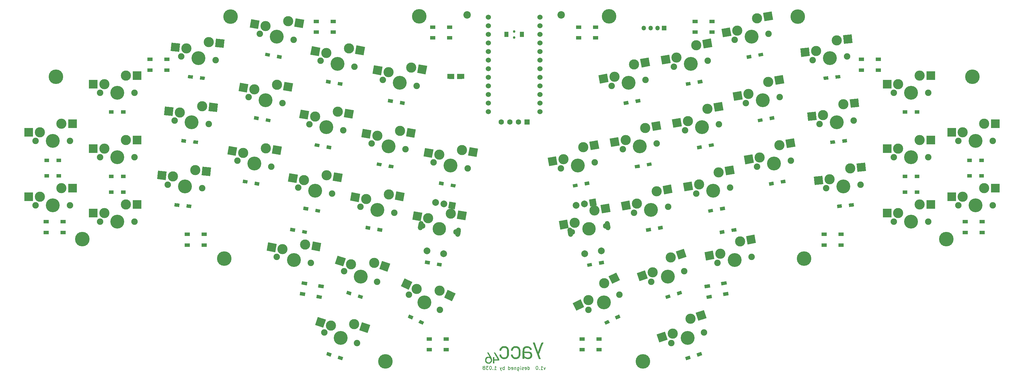
<source format=gbs>
%TF.GenerationSoftware,KiCad,Pcbnew,(5.1.10)-1*%
%TF.CreationDate,2021-10-29T12:16:09+09:00*%
%TF.ProjectId,yacc46,79616363-3436-42e6-9b69-6361645f7063,rev?*%
%TF.SameCoordinates,Original*%
%TF.FileFunction,Soldermask,Bot*%
%TF.FilePolarity,Negative*%
%FSLAX46Y46*%
G04 Gerber Fmt 4.6, Leading zero omitted, Abs format (unit mm)*
G04 Created by KiCad (PCBNEW (5.1.10)-1) date 2021-10-29 12:16:09*
%MOMM*%
%LPD*%
G01*
G04 APERTURE LIST*
%ADD10C,0.150000*%
%ADD11C,0.010000*%
%ADD12R,1.350000X1.350000*%
%ADD13O,1.350000X1.350000*%
%ADD14C,0.100000*%
%ADD15C,1.524000*%
%ADD16R,1.250000X1.600000*%
%ADD17C,0.750000*%
%ADD18R,1.600000X1.600000*%
%ADD19C,1.600000*%
%ADD20C,0.600000*%
%ADD21C,3.000000*%
%ADD22C,1.900000*%
%ADD23C,4.100000*%
%ADD24C,3.987800*%
%ADD25C,1.750000*%
%ADD26C,2.000000*%
%ADD27R,2.550000X2.500000*%
%ADD28R,1.500000X1.500000*%
%ADD29R,1.400000X1.000000*%
%ADD30C,4.300000*%
%ADD31C,2.200000*%
%ADD32R,1.600000X1.000000*%
G04 APERTURE END LIST*
D10*
X179238095Y-132785714D02*
X179000000Y-133452380D01*
X178761904Y-132785714D01*
X177857142Y-133452380D02*
X178428571Y-133452380D01*
X178142857Y-133452380D02*
X178142857Y-132452380D01*
X178238095Y-132595238D01*
X178333333Y-132690476D01*
X178428571Y-132738095D01*
X177428571Y-133357142D02*
X177380952Y-133404761D01*
X177428571Y-133452380D01*
X177476190Y-133404761D01*
X177428571Y-133357142D01*
X177428571Y-133452380D01*
X176761904Y-132452380D02*
X176666666Y-132452380D01*
X176571428Y-132500000D01*
X176523809Y-132547619D01*
X176476190Y-132642857D01*
X176428571Y-132833333D01*
X176428571Y-133071428D01*
X176476190Y-133261904D01*
X176523809Y-133357142D01*
X176571428Y-133404761D01*
X176666666Y-133452380D01*
X176761904Y-133452380D01*
X176857142Y-133404761D01*
X176904761Y-133357142D01*
X176952380Y-133261904D01*
X177000000Y-133071428D01*
X177000000Y-132833333D01*
X176952380Y-132642857D01*
X176904761Y-132547619D01*
X176857142Y-132500000D01*
X176761904Y-132452380D01*
X174047619Y-133452380D02*
X174047619Y-132452380D01*
X174047619Y-133404761D02*
X174142857Y-133452380D01*
X174333333Y-133452380D01*
X174428571Y-133404761D01*
X174476190Y-133357142D01*
X174523809Y-133261904D01*
X174523809Y-132976190D01*
X174476190Y-132880952D01*
X174428571Y-132833333D01*
X174333333Y-132785714D01*
X174142857Y-132785714D01*
X174047619Y-132833333D01*
X173190476Y-133404761D02*
X173285714Y-133452380D01*
X173476190Y-133452380D01*
X173571428Y-133404761D01*
X173619047Y-133309523D01*
X173619047Y-132928571D01*
X173571428Y-132833333D01*
X173476190Y-132785714D01*
X173285714Y-132785714D01*
X173190476Y-132833333D01*
X173142857Y-132928571D01*
X173142857Y-133023809D01*
X173619047Y-133119047D01*
X172761904Y-133404761D02*
X172666666Y-133452380D01*
X172476190Y-133452380D01*
X172380952Y-133404761D01*
X172333333Y-133309523D01*
X172333333Y-133261904D01*
X172380952Y-133166666D01*
X172476190Y-133119047D01*
X172619047Y-133119047D01*
X172714285Y-133071428D01*
X172761904Y-132976190D01*
X172761904Y-132928571D01*
X172714285Y-132833333D01*
X172619047Y-132785714D01*
X172476190Y-132785714D01*
X172380952Y-132833333D01*
X171904761Y-133452380D02*
X171904761Y-132785714D01*
X171904761Y-132452380D02*
X171952380Y-132500000D01*
X171904761Y-132547619D01*
X171857142Y-132500000D01*
X171904761Y-132452380D01*
X171904761Y-132547619D01*
X171000000Y-132785714D02*
X171000000Y-133595238D01*
X171047619Y-133690476D01*
X171095238Y-133738095D01*
X171190476Y-133785714D01*
X171333333Y-133785714D01*
X171428571Y-133738095D01*
X171000000Y-133404761D02*
X171095238Y-133452380D01*
X171285714Y-133452380D01*
X171380952Y-133404761D01*
X171428571Y-133357142D01*
X171476190Y-133261904D01*
X171476190Y-132976190D01*
X171428571Y-132880952D01*
X171380952Y-132833333D01*
X171285714Y-132785714D01*
X171095238Y-132785714D01*
X171000000Y-132833333D01*
X170523809Y-132785714D02*
X170523809Y-133452380D01*
X170523809Y-132880952D02*
X170476190Y-132833333D01*
X170380952Y-132785714D01*
X170238095Y-132785714D01*
X170142857Y-132833333D01*
X170095238Y-132928571D01*
X170095238Y-133452380D01*
X169238095Y-133404761D02*
X169333333Y-133452380D01*
X169523809Y-133452380D01*
X169619047Y-133404761D01*
X169666666Y-133309523D01*
X169666666Y-132928571D01*
X169619047Y-132833333D01*
X169523809Y-132785714D01*
X169333333Y-132785714D01*
X169238095Y-132833333D01*
X169190476Y-132928571D01*
X169190476Y-133023809D01*
X169666666Y-133119047D01*
X168333333Y-133452380D02*
X168333333Y-132452380D01*
X168333333Y-133404761D02*
X168428571Y-133452380D01*
X168619047Y-133452380D01*
X168714285Y-133404761D01*
X168761904Y-133357142D01*
X168809523Y-133261904D01*
X168809523Y-132976190D01*
X168761904Y-132880952D01*
X168714285Y-132833333D01*
X168619047Y-132785714D01*
X168428571Y-132785714D01*
X168333333Y-132833333D01*
X167095238Y-133452380D02*
X167095238Y-132452380D01*
X167095238Y-132833333D02*
X167000000Y-132785714D01*
X166809523Y-132785714D01*
X166714285Y-132833333D01*
X166666666Y-132880952D01*
X166619047Y-132976190D01*
X166619047Y-133261904D01*
X166666666Y-133357142D01*
X166714285Y-133404761D01*
X166809523Y-133452380D01*
X167000000Y-133452380D01*
X167095238Y-133404761D01*
X166285714Y-132785714D02*
X166047619Y-133452380D01*
X165809523Y-132785714D02*
X166047619Y-133452380D01*
X166142857Y-133690476D01*
X166190476Y-133738095D01*
X166285714Y-133785714D01*
X164142857Y-133452380D02*
X164714285Y-133452380D01*
X164428571Y-133452380D02*
X164428571Y-132452380D01*
X164523809Y-132595238D01*
X164619047Y-132690476D01*
X164714285Y-132738095D01*
X163714285Y-133357142D02*
X163666666Y-133404761D01*
X163714285Y-133452380D01*
X163761904Y-133404761D01*
X163714285Y-133357142D01*
X163714285Y-133452380D01*
X163047619Y-132452380D02*
X162952380Y-132452380D01*
X162857142Y-132500000D01*
X162809523Y-132547619D01*
X162761904Y-132642857D01*
X162714285Y-132833333D01*
X162714285Y-133071428D01*
X162761904Y-133261904D01*
X162809523Y-133357142D01*
X162857142Y-133404761D01*
X162952380Y-133452380D01*
X163047619Y-133452380D01*
X163142857Y-133404761D01*
X163190476Y-133357142D01*
X163238095Y-133261904D01*
X163285714Y-133071428D01*
X163285714Y-132833333D01*
X163238095Y-132642857D01*
X163190476Y-132547619D01*
X163142857Y-132500000D01*
X163047619Y-132452380D01*
X162380952Y-132452380D02*
X161761904Y-132452380D01*
X162095238Y-132833333D01*
X161952380Y-132833333D01*
X161857142Y-132880952D01*
X161809523Y-132928571D01*
X161761904Y-133023809D01*
X161761904Y-133261904D01*
X161809523Y-133357142D01*
X161857142Y-133404761D01*
X161952380Y-133452380D01*
X162238095Y-133452380D01*
X162333333Y-133404761D01*
X162380952Y-133357142D01*
X161190476Y-132880952D02*
X161285714Y-132833333D01*
X161333333Y-132785714D01*
X161380952Y-132690476D01*
X161380952Y-132642857D01*
X161333333Y-132547619D01*
X161285714Y-132500000D01*
X161190476Y-132452380D01*
X161000000Y-132452380D01*
X160904761Y-132500000D01*
X160857142Y-132547619D01*
X160809523Y-132642857D01*
X160809523Y-132690476D01*
X160857142Y-132785714D01*
X160904761Y-132833333D01*
X161000000Y-132880952D01*
X161190476Y-132880952D01*
X161285714Y-132928571D01*
X161333333Y-132976190D01*
X161380952Y-133071428D01*
X161380952Y-133261904D01*
X161333333Y-133357142D01*
X161285714Y-133404761D01*
X161190476Y-133452380D01*
X161000000Y-133452380D01*
X160904761Y-133404761D01*
X160857142Y-133357142D01*
X160809523Y-133261904D01*
X160809523Y-133071428D01*
X160857142Y-132976190D01*
X160904761Y-132928571D01*
X161000000Y-132880952D01*
D11*
%TO.C,G\u002A\u002A\u002A*%
G36*
X166698752Y-126553454D02*
G01*
X166576330Y-126580094D01*
X166354624Y-126662973D01*
X166155320Y-126785635D01*
X165983820Y-126942014D01*
X165845531Y-127126040D01*
X165745856Y-127331646D01*
X165690199Y-127552764D01*
X165686881Y-127578769D01*
X165678156Y-127670058D01*
X165674774Y-127739820D01*
X165677342Y-127774461D01*
X165678087Y-127775619D01*
X165707528Y-127781342D01*
X165774925Y-127785663D01*
X165867440Y-127787861D01*
X165898580Y-127788000D01*
X166106693Y-127788000D01*
X166120915Y-127650206D01*
X166164190Y-127452009D01*
X166248576Y-127281968D01*
X166371393Y-127142494D01*
X166529958Y-127035996D01*
X166721592Y-126964883D01*
X166918557Y-126933247D01*
X167147219Y-126936275D01*
X167353677Y-126980359D01*
X167534067Y-127063147D01*
X167684526Y-127182288D01*
X167801190Y-127335429D01*
X167879661Y-127518410D01*
X167892163Y-127588313D01*
X167902383Y-127700474D01*
X167910321Y-127846406D01*
X167915977Y-128017620D01*
X167919350Y-128205625D01*
X167920441Y-128401934D01*
X167919250Y-128598056D01*
X167915777Y-128785503D01*
X167910021Y-128955785D01*
X167901983Y-129100414D01*
X167891663Y-129210900D01*
X167879661Y-129276789D01*
X167800510Y-129466445D01*
X167686512Y-129619336D01*
X167537463Y-129735613D01*
X167353161Y-129815423D01*
X167133402Y-129858917D01*
X167079000Y-129863716D01*
X166849800Y-129859398D01*
X166645806Y-129814121D01*
X166470053Y-129730126D01*
X166325580Y-129609653D01*
X166215424Y-129454942D01*
X166142621Y-129268233D01*
X166120141Y-129156532D01*
X166100555Y-129019900D01*
X165912705Y-129012357D01*
X165817173Y-129010126D01*
X165740283Y-129011271D01*
X165697264Y-129015526D01*
X165695309Y-129016151D01*
X165676365Y-129048719D01*
X165673147Y-129118226D01*
X165683782Y-129213959D01*
X165706392Y-129325204D01*
X165739102Y-129441247D01*
X165780035Y-129551376D01*
X165794737Y-129583981D01*
X165916360Y-129782911D01*
X166075141Y-129951269D01*
X166266084Y-130086834D01*
X166484194Y-130187384D01*
X166724475Y-130250697D01*
X166981932Y-130274552D01*
X167251569Y-130256728D01*
X167292995Y-130250282D01*
X167550041Y-130184587D01*
X167775358Y-130079800D01*
X167967228Y-129937592D01*
X168123934Y-129759629D01*
X168243760Y-129547581D01*
X168324988Y-129303117D01*
X168339856Y-129232956D01*
X168352231Y-129136934D01*
X168361532Y-129002457D01*
X168367865Y-128838064D01*
X168371336Y-128652292D01*
X168372051Y-128453676D01*
X168370116Y-128250756D01*
X168365636Y-128052066D01*
X168358719Y-127866145D01*
X168349470Y-127701529D01*
X168337995Y-127566756D01*
X168324400Y-127470362D01*
X168317611Y-127441757D01*
X168225715Y-127212838D01*
X168095368Y-127008649D01*
X167932014Y-126835732D01*
X167741097Y-126700627D01*
X167670693Y-126664383D01*
X167450561Y-126585540D01*
X167205578Y-126540030D01*
X166950168Y-126528964D01*
X166698752Y-126553454D01*
G37*
X166698752Y-126553454D02*
X166576330Y-126580094D01*
X166354624Y-126662973D01*
X166155320Y-126785635D01*
X165983820Y-126942014D01*
X165845531Y-127126040D01*
X165745856Y-127331646D01*
X165690199Y-127552764D01*
X165686881Y-127578769D01*
X165678156Y-127670058D01*
X165674774Y-127739820D01*
X165677342Y-127774461D01*
X165678087Y-127775619D01*
X165707528Y-127781342D01*
X165774925Y-127785663D01*
X165867440Y-127787861D01*
X165898580Y-127788000D01*
X166106693Y-127788000D01*
X166120915Y-127650206D01*
X166164190Y-127452009D01*
X166248576Y-127281968D01*
X166371393Y-127142494D01*
X166529958Y-127035996D01*
X166721592Y-126964883D01*
X166918557Y-126933247D01*
X167147219Y-126936275D01*
X167353677Y-126980359D01*
X167534067Y-127063147D01*
X167684526Y-127182288D01*
X167801190Y-127335429D01*
X167879661Y-127518410D01*
X167892163Y-127588313D01*
X167902383Y-127700474D01*
X167910321Y-127846406D01*
X167915977Y-128017620D01*
X167919350Y-128205625D01*
X167920441Y-128401934D01*
X167919250Y-128598056D01*
X167915777Y-128785503D01*
X167910021Y-128955785D01*
X167901983Y-129100414D01*
X167891663Y-129210900D01*
X167879661Y-129276789D01*
X167800510Y-129466445D01*
X167686512Y-129619336D01*
X167537463Y-129735613D01*
X167353161Y-129815423D01*
X167133402Y-129858917D01*
X167079000Y-129863716D01*
X166849800Y-129859398D01*
X166645806Y-129814121D01*
X166470053Y-129730126D01*
X166325580Y-129609653D01*
X166215424Y-129454942D01*
X166142621Y-129268233D01*
X166120141Y-129156532D01*
X166100555Y-129019900D01*
X165912705Y-129012357D01*
X165817173Y-129010126D01*
X165740283Y-129011271D01*
X165697264Y-129015526D01*
X165695309Y-129016151D01*
X165676365Y-129048719D01*
X165673147Y-129118226D01*
X165683782Y-129213959D01*
X165706392Y-129325204D01*
X165739102Y-129441247D01*
X165780035Y-129551376D01*
X165794737Y-129583981D01*
X165916360Y-129782911D01*
X166075141Y-129951269D01*
X166266084Y-130086834D01*
X166484194Y-130187384D01*
X166724475Y-130250697D01*
X166981932Y-130274552D01*
X167251569Y-130256728D01*
X167292995Y-130250282D01*
X167550041Y-130184587D01*
X167775358Y-130079800D01*
X167967228Y-129937592D01*
X168123934Y-129759629D01*
X168243760Y-129547581D01*
X168324988Y-129303117D01*
X168339856Y-129232956D01*
X168352231Y-129136934D01*
X168361532Y-129002457D01*
X168367865Y-128838064D01*
X168371336Y-128652292D01*
X168372051Y-128453676D01*
X168370116Y-128250756D01*
X168365636Y-128052066D01*
X168358719Y-127866145D01*
X168349470Y-127701529D01*
X168337995Y-127566756D01*
X168324400Y-127470362D01*
X168317611Y-127441757D01*
X168225715Y-127212838D01*
X168095368Y-127008649D01*
X167932014Y-126835732D01*
X167741097Y-126700627D01*
X167670693Y-126664383D01*
X167450561Y-126585540D01*
X167205578Y-126540030D01*
X166950168Y-126528964D01*
X166698752Y-126553454D01*
G36*
X170276870Y-126530282D02*
G01*
X170024495Y-126569584D01*
X169781035Y-126648826D01*
X169705511Y-126683156D01*
X169578229Y-126762616D01*
X169447019Y-126873380D01*
X169326716Y-127000707D01*
X169232157Y-127129852D01*
X169202984Y-127182523D01*
X169166365Y-127271315D01*
X169131311Y-127380148D01*
X169100941Y-127495678D01*
X169078376Y-127604556D01*
X169066735Y-127693436D01*
X169069136Y-127748972D01*
X169069999Y-127751497D01*
X169087331Y-127770849D01*
X169127300Y-127781472D01*
X169199689Y-127784724D01*
X169294708Y-127782683D01*
X169504617Y-127775300D01*
X169522512Y-127631519D01*
X169569061Y-127438061D01*
X169658284Y-127271133D01*
X169775085Y-127141811D01*
X169890487Y-127052847D01*
X170012647Y-126992083D01*
X170153623Y-126955713D01*
X170325475Y-126939929D01*
X170419100Y-126938537D01*
X170544018Y-126940603D01*
X170635176Y-126947953D01*
X170709567Y-126963605D01*
X170784182Y-126990576D01*
X170833133Y-127012083D01*
X171007205Y-127117188D01*
X171144599Y-127256172D01*
X171242470Y-127425852D01*
X171269738Y-127501031D01*
X171284787Y-127553800D01*
X171296579Y-127607846D01*
X171305505Y-127670012D01*
X171311955Y-127747143D01*
X171316319Y-127846082D01*
X171318986Y-127973672D01*
X171320345Y-128136758D01*
X171320788Y-128342182D01*
X171320800Y-128397599D01*
X171320544Y-128613213D01*
X171319504Y-128784927D01*
X171317274Y-128919643D01*
X171313447Y-129024261D01*
X171307619Y-129105680D01*
X171299382Y-129170801D01*
X171288330Y-129226524D01*
X171274057Y-129279749D01*
X171267616Y-129301041D01*
X171230541Y-129404160D01*
X171185313Y-129485943D01*
X171119168Y-129566862D01*
X171070515Y-129617149D01*
X170955972Y-129718271D01*
X170840306Y-129788310D01*
X170710888Y-129831846D01*
X170555090Y-129853460D01*
X170406400Y-129858049D01*
X170214469Y-129848784D01*
X170058159Y-129818360D01*
X169925300Y-129762831D01*
X169803718Y-129678250D01*
X169775085Y-129653388D01*
X169646210Y-129506722D01*
X169561825Y-129337045D01*
X169522512Y-129163680D01*
X169504617Y-129019900D01*
X169294708Y-129012516D01*
X169186832Y-129010541D01*
X169119740Y-129014777D01*
X169083653Y-129026579D01*
X169069999Y-129043702D01*
X169066357Y-129096237D01*
X169077069Y-129183186D01*
X169099021Y-129291261D01*
X169129097Y-129407175D01*
X169164182Y-129517638D01*
X169201163Y-129609362D01*
X169203946Y-129615157D01*
X169319651Y-129796742D01*
X169476322Y-129957067D01*
X169666474Y-130090138D01*
X169882622Y-130189963D01*
X169949200Y-130211869D01*
X170044849Y-130232532D01*
X170173342Y-130249636D01*
X170317186Y-130261946D01*
X170458887Y-130268225D01*
X170580952Y-130267237D01*
X170647700Y-130261204D01*
X170911170Y-130198083D01*
X171142824Y-130096132D01*
X171341251Y-129956572D01*
X171505039Y-129780628D01*
X171632777Y-129569524D01*
X171721362Y-129330660D01*
X171734187Y-129277322D01*
X171744308Y-129216491D01*
X171752025Y-129141759D01*
X171757638Y-129046722D01*
X171761448Y-128924974D01*
X171763753Y-128770110D01*
X171764855Y-128575724D01*
X171765072Y-128397600D01*
X171764685Y-128168890D01*
X171763321Y-127984571D01*
X171760682Y-127838236D01*
X171756467Y-127723481D01*
X171750377Y-127633900D01*
X171742110Y-127563087D01*
X171731368Y-127504638D01*
X171721362Y-127464539D01*
X171643108Y-127244794D01*
X171536223Y-127058078D01*
X171400396Y-126898337D01*
X171220050Y-126752741D01*
X171009751Y-126642150D01*
X170777272Y-126567552D01*
X170530388Y-126529934D01*
X170276870Y-126530282D01*
G37*
X170276870Y-126530282D02*
X170024495Y-126569584D01*
X169781035Y-126648826D01*
X169705511Y-126683156D01*
X169578229Y-126762616D01*
X169447019Y-126873380D01*
X169326716Y-127000707D01*
X169232157Y-127129852D01*
X169202984Y-127182523D01*
X169166365Y-127271315D01*
X169131311Y-127380148D01*
X169100941Y-127495678D01*
X169078376Y-127604556D01*
X169066735Y-127693436D01*
X169069136Y-127748972D01*
X169069999Y-127751497D01*
X169087331Y-127770849D01*
X169127300Y-127781472D01*
X169199689Y-127784724D01*
X169294708Y-127782683D01*
X169504617Y-127775300D01*
X169522512Y-127631519D01*
X169569061Y-127438061D01*
X169658284Y-127271133D01*
X169775085Y-127141811D01*
X169890487Y-127052847D01*
X170012647Y-126992083D01*
X170153623Y-126955713D01*
X170325475Y-126939929D01*
X170419100Y-126938537D01*
X170544018Y-126940603D01*
X170635176Y-126947953D01*
X170709567Y-126963605D01*
X170784182Y-126990576D01*
X170833133Y-127012083D01*
X171007205Y-127117188D01*
X171144599Y-127256172D01*
X171242470Y-127425852D01*
X171269738Y-127501031D01*
X171284787Y-127553800D01*
X171296579Y-127607846D01*
X171305505Y-127670012D01*
X171311955Y-127747143D01*
X171316319Y-127846082D01*
X171318986Y-127973672D01*
X171320345Y-128136758D01*
X171320788Y-128342182D01*
X171320800Y-128397599D01*
X171320544Y-128613213D01*
X171319504Y-128784927D01*
X171317274Y-128919643D01*
X171313447Y-129024261D01*
X171307619Y-129105680D01*
X171299382Y-129170801D01*
X171288330Y-129226524D01*
X171274057Y-129279749D01*
X171267616Y-129301041D01*
X171230541Y-129404160D01*
X171185313Y-129485943D01*
X171119168Y-129566862D01*
X171070515Y-129617149D01*
X170955972Y-129718271D01*
X170840306Y-129788310D01*
X170710888Y-129831846D01*
X170555090Y-129853460D01*
X170406400Y-129858049D01*
X170214469Y-129848784D01*
X170058159Y-129818360D01*
X169925300Y-129762831D01*
X169803718Y-129678250D01*
X169775085Y-129653388D01*
X169646210Y-129506722D01*
X169561825Y-129337045D01*
X169522512Y-129163680D01*
X169504617Y-129019900D01*
X169294708Y-129012516D01*
X169186832Y-129010541D01*
X169119740Y-129014777D01*
X169083653Y-129026579D01*
X169069999Y-129043702D01*
X169066357Y-129096237D01*
X169077069Y-129183186D01*
X169099021Y-129291261D01*
X169129097Y-129407175D01*
X169164182Y-129517638D01*
X169201163Y-129609362D01*
X169203946Y-129615157D01*
X169319651Y-129796742D01*
X169476322Y-129957067D01*
X169666474Y-130090138D01*
X169882622Y-130189963D01*
X169949200Y-130211869D01*
X170044849Y-130232532D01*
X170173342Y-130249636D01*
X170317186Y-130261946D01*
X170458887Y-130268225D01*
X170580952Y-130267237D01*
X170647700Y-130261204D01*
X170911170Y-130198083D01*
X171142824Y-130096132D01*
X171341251Y-129956572D01*
X171505039Y-129780628D01*
X171632777Y-129569524D01*
X171721362Y-129330660D01*
X171734187Y-129277322D01*
X171744308Y-129216491D01*
X171752025Y-129141759D01*
X171757638Y-129046722D01*
X171761448Y-128924974D01*
X171763753Y-128770110D01*
X171764855Y-128575724D01*
X171765072Y-128397600D01*
X171764685Y-128168890D01*
X171763321Y-127984571D01*
X171760682Y-127838236D01*
X171756467Y-127723481D01*
X171750377Y-127633900D01*
X171742110Y-127563087D01*
X171731368Y-127504638D01*
X171721362Y-127464539D01*
X171643108Y-127244794D01*
X171536223Y-127058078D01*
X171400396Y-126898337D01*
X171220050Y-126752741D01*
X171009751Y-126642150D01*
X170777272Y-126567552D01*
X170530388Y-126529934D01*
X170276870Y-126530282D01*
G36*
X173459276Y-126555779D02*
G01*
X173228880Y-126617032D01*
X173137271Y-126654263D01*
X173010328Y-126729116D01*
X172877777Y-126835029D01*
X172755390Y-126957308D01*
X172658938Y-127081263D01*
X172633592Y-127123483D01*
X172603428Y-127180862D01*
X172577802Y-127236384D01*
X172556345Y-127294583D01*
X172538685Y-127359993D01*
X172524453Y-127437146D01*
X172513278Y-127530576D01*
X172504790Y-127644816D01*
X172498619Y-127784399D01*
X172494394Y-127953860D01*
X172491745Y-128157731D01*
X172490302Y-128400545D01*
X172489695Y-128686837D01*
X172489576Y-128886550D01*
X172489200Y-130201000D01*
X172921000Y-130201000D01*
X172922116Y-129629500D01*
X172970110Y-129735201D01*
X173059642Y-129875771D01*
X173190943Y-130003489D01*
X173355395Y-130111949D01*
X173544376Y-130194746D01*
X173619500Y-130217787D01*
X173702314Y-130234413D01*
X173813522Y-130248974D01*
X173938139Y-130260401D01*
X174061182Y-130267627D01*
X174167666Y-130269584D01*
X174242606Y-130265205D01*
X174254500Y-130263031D01*
X174307552Y-130251488D01*
X174388633Y-130234582D01*
X174445000Y-130223090D01*
X174665461Y-130154582D01*
X174858795Y-130045785D01*
X175020778Y-129900876D01*
X175147191Y-129724032D01*
X175233810Y-129519429D01*
X175259010Y-129417751D01*
X175281459Y-129191454D01*
X175275177Y-129124859D01*
X174837666Y-129124859D01*
X174827301Y-129289939D01*
X174780306Y-129448780D01*
X174697921Y-129592531D01*
X174581388Y-129712342D01*
X174483100Y-129775710D01*
X174391605Y-129818108D01*
X174296081Y-129855229D01*
X174279900Y-129860585D01*
X174184639Y-129879634D01*
X174056499Y-129890421D01*
X173912728Y-129892919D01*
X173770576Y-129887102D01*
X173647293Y-129872941D01*
X173594100Y-129861672D01*
X173393136Y-129786817D01*
X173221171Y-129679487D01*
X173084436Y-129544531D01*
X172991871Y-129392970D01*
X172970130Y-129336048D01*
X172954196Y-129271271D01*
X172942767Y-129188500D01*
X172934541Y-129077598D01*
X172928218Y-128928426D01*
X172926863Y-128886550D01*
X172914824Y-128499200D01*
X173586402Y-128499200D01*
X173821484Y-128499980D01*
X174012140Y-128503053D01*
X174164730Y-128509520D01*
X174285613Y-128520478D01*
X174381150Y-128537027D01*
X174457699Y-128560266D01*
X174521621Y-128591294D01*
X174579276Y-128631211D01*
X174636577Y-128680704D01*
X174743545Y-128811390D01*
X174810161Y-128962393D01*
X174837666Y-129124859D01*
X175275177Y-129124859D01*
X175260853Y-128973029D01*
X175199767Y-128769477D01*
X175100780Y-128587797D01*
X174966469Y-128434991D01*
X174869498Y-128359747D01*
X174787028Y-128305895D01*
X174714332Y-128262534D01*
X174644641Y-128228458D01*
X174571187Y-128202460D01*
X174487201Y-128183333D01*
X174385914Y-128169869D01*
X174260557Y-128160861D01*
X174104362Y-128155103D01*
X173910559Y-128151387D01*
X173685729Y-128148653D01*
X172913757Y-128140198D01*
X172928226Y-127830749D01*
X172938825Y-127676907D01*
X172954637Y-127541779D01*
X172973972Y-127438295D01*
X172984026Y-127403611D01*
X173064168Y-127249118D01*
X173185099Y-127115766D01*
X173338185Y-127012951D01*
X173347105Y-127008498D01*
X173414959Y-126977157D01*
X173475027Y-126956608D01*
X173541047Y-126944616D01*
X173626754Y-126938946D01*
X173745887Y-126937367D01*
X173784600Y-126937350D01*
X173915504Y-126938507D01*
X174009961Y-126943277D01*
X174082310Y-126954004D01*
X174146889Y-126973033D01*
X174218035Y-127002711D01*
X174236929Y-127011333D01*
X174397456Y-127108431D01*
X174524732Y-127233844D01*
X174611620Y-127380029D01*
X174628192Y-127425065D01*
X174667012Y-127546700D01*
X174879856Y-127546700D01*
X174983429Y-127546172D01*
X175045962Y-127542574D01*
X175077215Y-127532883D01*
X175086949Y-127514078D01*
X175084931Y-127483200D01*
X175039604Y-127302746D01*
X174952112Y-127123916D01*
X174830075Y-126958414D01*
X174681118Y-126817944D01*
X174625580Y-126777890D01*
X174449652Y-126675424D01*
X174269007Y-126603518D01*
X174066012Y-126555914D01*
X173954361Y-126539725D01*
X173706451Y-126529261D01*
X173459276Y-126555779D01*
G37*
X173459276Y-126555779D02*
X173228880Y-126617032D01*
X173137271Y-126654263D01*
X173010328Y-126729116D01*
X172877777Y-126835029D01*
X172755390Y-126957308D01*
X172658938Y-127081263D01*
X172633592Y-127123483D01*
X172603428Y-127180862D01*
X172577802Y-127236384D01*
X172556345Y-127294583D01*
X172538685Y-127359993D01*
X172524453Y-127437146D01*
X172513278Y-127530576D01*
X172504790Y-127644816D01*
X172498619Y-127784399D01*
X172494394Y-127953860D01*
X172491745Y-128157731D01*
X172490302Y-128400545D01*
X172489695Y-128686837D01*
X172489576Y-128886550D01*
X172489200Y-130201000D01*
X172921000Y-130201000D01*
X172922116Y-129629500D01*
X172970110Y-129735201D01*
X173059642Y-129875771D01*
X173190943Y-130003489D01*
X173355395Y-130111949D01*
X173544376Y-130194746D01*
X173619500Y-130217787D01*
X173702314Y-130234413D01*
X173813522Y-130248974D01*
X173938139Y-130260401D01*
X174061182Y-130267627D01*
X174167666Y-130269584D01*
X174242606Y-130265205D01*
X174254500Y-130263031D01*
X174307552Y-130251488D01*
X174388633Y-130234582D01*
X174445000Y-130223090D01*
X174665461Y-130154582D01*
X174858795Y-130045785D01*
X175020778Y-129900876D01*
X175147191Y-129724032D01*
X175233810Y-129519429D01*
X175259010Y-129417751D01*
X175281459Y-129191454D01*
X175275177Y-129124859D01*
X174837666Y-129124859D01*
X174827301Y-129289939D01*
X174780306Y-129448780D01*
X174697921Y-129592531D01*
X174581388Y-129712342D01*
X174483100Y-129775710D01*
X174391605Y-129818108D01*
X174296081Y-129855229D01*
X174279900Y-129860585D01*
X174184639Y-129879634D01*
X174056499Y-129890421D01*
X173912728Y-129892919D01*
X173770576Y-129887102D01*
X173647293Y-129872941D01*
X173594100Y-129861672D01*
X173393136Y-129786817D01*
X173221171Y-129679487D01*
X173084436Y-129544531D01*
X172991871Y-129392970D01*
X172970130Y-129336048D01*
X172954196Y-129271271D01*
X172942767Y-129188500D01*
X172934541Y-129077598D01*
X172928218Y-128928426D01*
X172926863Y-128886550D01*
X172914824Y-128499200D01*
X173586402Y-128499200D01*
X173821484Y-128499980D01*
X174012140Y-128503053D01*
X174164730Y-128509520D01*
X174285613Y-128520478D01*
X174381150Y-128537027D01*
X174457699Y-128560266D01*
X174521621Y-128591294D01*
X174579276Y-128631211D01*
X174636577Y-128680704D01*
X174743545Y-128811390D01*
X174810161Y-128962393D01*
X174837666Y-129124859D01*
X175275177Y-129124859D01*
X175260853Y-128973029D01*
X175199767Y-128769477D01*
X175100780Y-128587797D01*
X174966469Y-128434991D01*
X174869498Y-128359747D01*
X174787028Y-128305895D01*
X174714332Y-128262534D01*
X174644641Y-128228458D01*
X174571187Y-128202460D01*
X174487201Y-128183333D01*
X174385914Y-128169869D01*
X174260557Y-128160861D01*
X174104362Y-128155103D01*
X173910559Y-128151387D01*
X173685729Y-128148653D01*
X172913757Y-128140198D01*
X172928226Y-127830749D01*
X172938825Y-127676907D01*
X172954637Y-127541779D01*
X172973972Y-127438295D01*
X172984026Y-127403611D01*
X173064168Y-127249118D01*
X173185099Y-127115766D01*
X173338185Y-127012951D01*
X173347105Y-127008498D01*
X173414959Y-126977157D01*
X173475027Y-126956608D01*
X173541047Y-126944616D01*
X173626754Y-126938946D01*
X173745887Y-126937367D01*
X173784600Y-126937350D01*
X173915504Y-126938507D01*
X174009961Y-126943277D01*
X174082310Y-126954004D01*
X174146889Y-126973033D01*
X174218035Y-127002711D01*
X174236929Y-127011333D01*
X174397456Y-127108431D01*
X174524732Y-127233844D01*
X174611620Y-127380029D01*
X174628192Y-127425065D01*
X174667012Y-127546700D01*
X174879856Y-127546700D01*
X174983429Y-127546172D01*
X175045962Y-127542574D01*
X175077215Y-127532883D01*
X175086949Y-127514078D01*
X175084931Y-127483200D01*
X175039604Y-127302746D01*
X174952112Y-127123916D01*
X174830075Y-126958414D01*
X174681118Y-126817944D01*
X174625580Y-126777890D01*
X174449652Y-126675424D01*
X174269007Y-126603518D01*
X174066012Y-126555914D01*
X173954361Y-126539725D01*
X173706451Y-126529261D01*
X173459276Y-126555779D01*
G36*
X175627954Y-125478395D02*
G01*
X175556170Y-125484133D01*
X175522280Y-125494847D01*
X175518410Y-125508349D01*
X175528805Y-125536131D01*
X175555749Y-125608255D01*
X175598026Y-125721472D01*
X175654425Y-125872530D01*
X175723730Y-126058179D01*
X175804730Y-126275169D01*
X175896211Y-126520247D01*
X175996958Y-126790164D01*
X176105759Y-127081669D01*
X176221400Y-127391511D01*
X176342668Y-127716439D01*
X176414402Y-127908650D01*
X177298350Y-130277200D01*
X177522675Y-130277200D01*
X177622312Y-130275380D01*
X177699221Y-130270514D01*
X177741962Y-130263485D01*
X177747000Y-130259827D01*
X177738399Y-130232485D01*
X177714090Y-130163735D01*
X177676311Y-130059691D01*
X177627304Y-129926470D01*
X177569309Y-129770187D01*
X177504565Y-129596956D01*
X177488811Y-129554977D01*
X177422778Y-129378232D01*
X177363037Y-129216567D01*
X177311829Y-129076187D01*
X177271396Y-128963297D01*
X177243976Y-128884103D01*
X177231812Y-128844809D01*
X177231407Y-128842100D01*
X177240600Y-128816374D01*
X177266799Y-128748015D01*
X177308198Y-128641575D01*
X177362994Y-128501612D01*
X177429380Y-128332679D01*
X177505553Y-128139331D01*
X177589707Y-127926123D01*
X177680039Y-127697611D01*
X177774743Y-127458348D01*
X177872015Y-127212891D01*
X177970051Y-126965794D01*
X178067044Y-126721611D01*
X178161191Y-126484898D01*
X178250688Y-126260210D01*
X178333729Y-126052102D01*
X178408509Y-125865128D01*
X178473224Y-125703843D01*
X178526070Y-125572803D01*
X178552634Y-125507393D01*
X178548276Y-125492160D01*
X178515279Y-125483280D01*
X178446591Y-125479989D01*
X178335159Y-125481520D01*
X178318542Y-125481993D01*
X178071115Y-125489300D01*
X177620933Y-126660021D01*
X177528469Y-126900883D01*
X177438818Y-127135187D01*
X177354199Y-127357080D01*
X177276831Y-127560707D01*
X177208933Y-127740216D01*
X177152726Y-127889753D01*
X177110429Y-128003465D01*
X177084684Y-128074299D01*
X176998616Y-128317855D01*
X176857419Y-127906877D01*
X176816849Y-127790280D01*
X176761678Y-127633939D01*
X176694755Y-127445817D01*
X176618931Y-127233877D01*
X176537057Y-127006083D01*
X176451984Y-126770398D01*
X176366561Y-126534787D01*
X176348961Y-126486384D01*
X175981700Y-125476869D01*
X175744033Y-125476734D01*
X175627954Y-125478395D01*
G37*
X175627954Y-125478395D02*
X175556170Y-125484133D01*
X175522280Y-125494847D01*
X175518410Y-125508349D01*
X175528805Y-125536131D01*
X175555749Y-125608255D01*
X175598026Y-125721472D01*
X175654425Y-125872530D01*
X175723730Y-126058179D01*
X175804730Y-126275169D01*
X175896211Y-126520247D01*
X175996958Y-126790164D01*
X176105759Y-127081669D01*
X176221400Y-127391511D01*
X176342668Y-127716439D01*
X176414402Y-127908650D01*
X177298350Y-130277200D01*
X177522675Y-130277200D01*
X177622312Y-130275380D01*
X177699221Y-130270514D01*
X177741962Y-130263485D01*
X177747000Y-130259827D01*
X177738399Y-130232485D01*
X177714090Y-130163735D01*
X177676311Y-130059691D01*
X177627304Y-129926470D01*
X177569309Y-129770187D01*
X177504565Y-129596956D01*
X177488811Y-129554977D01*
X177422778Y-129378232D01*
X177363037Y-129216567D01*
X177311829Y-129076187D01*
X177271396Y-128963297D01*
X177243976Y-128884103D01*
X177231812Y-128844809D01*
X177231407Y-128842100D01*
X177240600Y-128816374D01*
X177266799Y-128748015D01*
X177308198Y-128641575D01*
X177362994Y-128501612D01*
X177429380Y-128332679D01*
X177505553Y-128139331D01*
X177589707Y-127926123D01*
X177680039Y-127697611D01*
X177774743Y-127458348D01*
X177872015Y-127212891D01*
X177970051Y-126965794D01*
X178067044Y-126721611D01*
X178161191Y-126484898D01*
X178250688Y-126260210D01*
X178333729Y-126052102D01*
X178408509Y-125865128D01*
X178473224Y-125703843D01*
X178526070Y-125572803D01*
X178552634Y-125507393D01*
X178548276Y-125492160D01*
X178515279Y-125483280D01*
X178446591Y-125479989D01*
X178335159Y-125481520D01*
X178318542Y-125481993D01*
X178071115Y-125489300D01*
X177620933Y-126660021D01*
X177528469Y-126900883D01*
X177438818Y-127135187D01*
X177354199Y-127357080D01*
X177276831Y-127560707D01*
X177208933Y-127740216D01*
X177152726Y-127889753D01*
X177110429Y-128003465D01*
X177084684Y-128074299D01*
X176998616Y-128317855D01*
X176857419Y-127906877D01*
X176816849Y-127790280D01*
X176761678Y-127633939D01*
X176694755Y-127445817D01*
X176618931Y-127233877D01*
X176537057Y-127006083D01*
X176451984Y-126770398D01*
X176366561Y-126534787D01*
X176348961Y-126486384D01*
X175981700Y-125476869D01*
X175744033Y-125476734D01*
X175627954Y-125478395D01*
G36*
X164065432Y-128400397D02*
G01*
X164021073Y-128410001D01*
X164012077Y-128428226D01*
X164012987Y-128431011D01*
X164028596Y-128459043D01*
X164068083Y-128525768D01*
X164128679Y-128626622D01*
X164207619Y-128757046D01*
X164302138Y-128912477D01*
X164409470Y-129088353D01*
X164526848Y-129280115D01*
X164612604Y-129419883D01*
X164734768Y-129619115D01*
X164848321Y-129804916D01*
X164950576Y-129972842D01*
X165038843Y-130118450D01*
X165110434Y-130237297D01*
X165162662Y-130324939D01*
X165192837Y-130376932D01*
X165199400Y-130389772D01*
X165175196Y-130393919D01*
X165107361Y-130397599D01*
X165003064Y-130400633D01*
X164869475Y-130402839D01*
X164713762Y-130404036D01*
X164627900Y-130404200D01*
X164056400Y-130404200D01*
X164056400Y-129743800D01*
X163751600Y-129743800D01*
X163751600Y-131572600D01*
X164056400Y-131572600D01*
X164056400Y-130684379D01*
X164786650Y-130677639D01*
X165516900Y-130670900D01*
X165523973Y-130518500D01*
X165531045Y-130366100D01*
X164918189Y-129381850D01*
X164305332Y-128397600D01*
X164152749Y-128397600D01*
X164065432Y-128400397D01*
G37*
X164065432Y-128400397D02*
X164021073Y-128410001D01*
X164012077Y-128428226D01*
X164012987Y-128431011D01*
X164028596Y-128459043D01*
X164068083Y-128525768D01*
X164128679Y-128626622D01*
X164207619Y-128757046D01*
X164302138Y-128912477D01*
X164409470Y-129088353D01*
X164526848Y-129280115D01*
X164612604Y-129419883D01*
X164734768Y-129619115D01*
X164848321Y-129804916D01*
X164950576Y-129972842D01*
X165038843Y-130118450D01*
X165110434Y-130237297D01*
X165162662Y-130324939D01*
X165192837Y-130376932D01*
X165199400Y-130389772D01*
X165175196Y-130393919D01*
X165107361Y-130397599D01*
X165003064Y-130400633D01*
X164869475Y-130402839D01*
X164713762Y-130404036D01*
X164627900Y-130404200D01*
X164056400Y-130404200D01*
X164056400Y-129743800D01*
X163751600Y-129743800D01*
X163751600Y-131572600D01*
X164056400Y-131572600D01*
X164056400Y-130684379D01*
X164786650Y-130677639D01*
X165516900Y-130670900D01*
X165523973Y-130518500D01*
X165531045Y-130366100D01*
X164918189Y-129381850D01*
X164305332Y-128397600D01*
X164152749Y-128397600D01*
X164065432Y-128400397D01*
G36*
X162043533Y-128378741D02*
G01*
X162024400Y-128385108D01*
X162036855Y-128409889D01*
X162072191Y-128473104D01*
X162127374Y-128569500D01*
X162199363Y-128693820D01*
X162285123Y-128840812D01*
X162381614Y-129005219D01*
X162447254Y-129116570D01*
X162549375Y-129289561D01*
X162643205Y-129448585D01*
X162725626Y-129588356D01*
X162793523Y-129703585D01*
X162843779Y-129788985D01*
X162873278Y-129839267D01*
X162879803Y-129850536D01*
X162866190Y-129847286D01*
X162821061Y-129821010D01*
X162763633Y-129783671D01*
X162594080Y-129698639D01*
X162404394Y-129652980D01*
X162207891Y-129647835D01*
X162017884Y-129684343D01*
X161941128Y-129713293D01*
X161790673Y-129803680D01*
X161653167Y-129930698D01*
X161542620Y-130080188D01*
X161503172Y-130155933D01*
X161448487Y-130324393D01*
X161419510Y-130517432D01*
X161417576Y-130715055D01*
X161444018Y-130897270D01*
X161451758Y-130926414D01*
X161535492Y-131133243D01*
X161656390Y-131307214D01*
X161810766Y-131445664D01*
X161994929Y-131545929D01*
X162205194Y-131605345D01*
X162414426Y-131621685D01*
X162526477Y-131616145D01*
X162637004Y-131603431D01*
X162711995Y-131588668D01*
X162905014Y-131510975D01*
X163076236Y-131390381D01*
X163219274Y-131232394D01*
X163316367Y-131067648D01*
X163345391Y-131001149D01*
X163364609Y-130940349D01*
X163376003Y-130871993D01*
X163381556Y-130782829D01*
X163383248Y-130659602D01*
X163383280Y-130634595D01*
X163102732Y-130634595D01*
X163101232Y-130749096D01*
X163092648Y-130832044D01*
X163073050Y-130902589D01*
X163038512Y-130979877D01*
X163027382Y-131001911D01*
X162925827Y-131150587D01*
X162792478Y-131260032D01*
X162625237Y-131331944D01*
X162616923Y-131334313D01*
X162492384Y-131354027D01*
X162348680Y-131354195D01*
X162209593Y-131336066D01*
X162114392Y-131307892D01*
X161985980Y-131230331D01*
X161869556Y-131115081D01*
X161803238Y-131019812D01*
X161765891Y-130945573D01*
X161742703Y-130867347D01*
X161729311Y-130767003D01*
X161724333Y-130691941D01*
X161723606Y-130519542D01*
X161744207Y-130379944D01*
X161789800Y-130258318D01*
X161859132Y-130146559D01*
X161974365Y-130028660D01*
X162117194Y-129946006D01*
X162278037Y-129899218D01*
X162447317Y-129888918D01*
X162615454Y-129915727D01*
X162772868Y-129980268D01*
X162905362Y-130078647D01*
X163005075Y-130205250D01*
X163069240Y-130359874D01*
X163099628Y-130547503D01*
X163102732Y-130634595D01*
X163383280Y-130634595D01*
X163383300Y-130620100D01*
X163382542Y-130488274D01*
X163378496Y-130392182D01*
X163368502Y-130316758D01*
X163349903Y-130246939D01*
X163320040Y-130167662D01*
X163291405Y-130099400D01*
X163256176Y-130024407D01*
X163199236Y-129912675D01*
X163124445Y-129771355D01*
X163035663Y-129607602D01*
X162936752Y-129428569D01*
X162831571Y-129241410D01*
X162770501Y-129134200D01*
X162341494Y-128384900D01*
X162182947Y-128377337D01*
X162100828Y-128375653D01*
X162043533Y-128378741D01*
G37*
X162043533Y-128378741D02*
X162024400Y-128385108D01*
X162036855Y-128409889D01*
X162072191Y-128473104D01*
X162127374Y-128569500D01*
X162199363Y-128693820D01*
X162285123Y-128840812D01*
X162381614Y-129005219D01*
X162447254Y-129116570D01*
X162549375Y-129289561D01*
X162643205Y-129448585D01*
X162725626Y-129588356D01*
X162793523Y-129703585D01*
X162843779Y-129788985D01*
X162873278Y-129839267D01*
X162879803Y-129850536D01*
X162866190Y-129847286D01*
X162821061Y-129821010D01*
X162763633Y-129783671D01*
X162594080Y-129698639D01*
X162404394Y-129652980D01*
X162207891Y-129647835D01*
X162017884Y-129684343D01*
X161941128Y-129713293D01*
X161790673Y-129803680D01*
X161653167Y-129930698D01*
X161542620Y-130080188D01*
X161503172Y-130155933D01*
X161448487Y-130324393D01*
X161419510Y-130517432D01*
X161417576Y-130715055D01*
X161444018Y-130897270D01*
X161451758Y-130926414D01*
X161535492Y-131133243D01*
X161656390Y-131307214D01*
X161810766Y-131445664D01*
X161994929Y-131545929D01*
X162205194Y-131605345D01*
X162414426Y-131621685D01*
X162526477Y-131616145D01*
X162637004Y-131603431D01*
X162711995Y-131588668D01*
X162905014Y-131510975D01*
X163076236Y-131390381D01*
X163219274Y-131232394D01*
X163316367Y-131067648D01*
X163345391Y-131001149D01*
X163364609Y-130940349D01*
X163376003Y-130871993D01*
X163381556Y-130782829D01*
X163383248Y-130659602D01*
X163383280Y-130634595D01*
X163102732Y-130634595D01*
X163101232Y-130749096D01*
X163092648Y-130832044D01*
X163073050Y-130902589D01*
X163038512Y-130979877D01*
X163027382Y-131001911D01*
X162925827Y-131150587D01*
X162792478Y-131260032D01*
X162625237Y-131331944D01*
X162616923Y-131334313D01*
X162492384Y-131354027D01*
X162348680Y-131354195D01*
X162209593Y-131336066D01*
X162114392Y-131307892D01*
X161985980Y-131230331D01*
X161869556Y-131115081D01*
X161803238Y-131019812D01*
X161765891Y-130945573D01*
X161742703Y-130867347D01*
X161729311Y-130767003D01*
X161724333Y-130691941D01*
X161723606Y-130519542D01*
X161744207Y-130379944D01*
X161789800Y-130258318D01*
X161859132Y-130146559D01*
X161974365Y-130028660D01*
X162117194Y-129946006D01*
X162278037Y-129899218D01*
X162447317Y-129888918D01*
X162615454Y-129915727D01*
X162772868Y-129980268D01*
X162905362Y-130078647D01*
X163005075Y-130205250D01*
X163069240Y-130359874D01*
X163099628Y-130547503D01*
X163102732Y-130634595D01*
X163383280Y-130634595D01*
X163383300Y-130620100D01*
X163382542Y-130488274D01*
X163378496Y-130392182D01*
X163368502Y-130316758D01*
X163349903Y-130246939D01*
X163320040Y-130167662D01*
X163291405Y-130099400D01*
X163256176Y-130024407D01*
X163199236Y-129912675D01*
X163124445Y-129771355D01*
X163035663Y-129607602D01*
X162936752Y-129428569D01*
X162831571Y-129241410D01*
X162770501Y-129134200D01*
X162341494Y-128384900D01*
X162182947Y-128377337D01*
X162100828Y-128375653D01*
X162043533Y-128378741D01*
%TD*%
D12*
%TO.C,J2*%
X214300000Y-32500000D03*
D13*
X212300000Y-32500000D03*
X210300000Y-32500000D03*
X208300000Y-32500000D03*
%TD*%
D14*
%TO.C,D19*%
G36*
X147109878Y-102767302D02*
G01*
X147283527Y-101782494D01*
X148662258Y-102025602D01*
X148488609Y-103010410D01*
X147109878Y-102767302D01*
G37*
G36*
X143613810Y-102150850D02*
G01*
X143787459Y-101166042D01*
X145166190Y-101409150D01*
X144992541Y-102393958D01*
X143613810Y-102150850D01*
G37*
%TD*%
D15*
%TO.C,U1*%
X162381400Y-29272000D03*
X162381400Y-31812000D03*
X162381400Y-34352000D03*
X162381400Y-36892000D03*
X162381400Y-39432000D03*
X162381400Y-41972000D03*
X162381400Y-44512000D03*
X162381400Y-47052000D03*
X162381400Y-49592000D03*
X162381400Y-52132000D03*
X162381400Y-54672000D03*
X162381400Y-57212000D03*
X177601400Y-57212000D03*
X177601400Y-54672000D03*
X177601400Y-52132000D03*
X177601400Y-49592000D03*
X177601400Y-47052000D03*
X177601400Y-44512000D03*
X177601400Y-41972000D03*
X177601400Y-39432000D03*
X177601400Y-36892000D03*
X177601400Y-34352000D03*
X177601400Y-31812000D03*
X177601400Y-29272000D03*
%TD*%
D16*
%TO.C,SW47*%
X172325000Y-34360000D03*
X167675000Y-34360000D03*
D17*
X170000000Y-33460000D03*
X170000000Y-35260000D03*
%TD*%
D18*
%TO.C,J1*%
X173800000Y-60270000D03*
D19*
X171260000Y-60270000D03*
X168720000Y-60270000D03*
X166180000Y-60270000D03*
%TD*%
D20*
%TO.C,SW12*%
X144700033Y-69374141D03*
X157871710Y-69117479D03*
D21*
X154619874Y-68544093D03*
X147925279Y-69942839D03*
D14*
G36*
X159344400Y-68107871D02*
G01*
X158910280Y-70569890D01*
X156399020Y-70127087D01*
X156833140Y-67665068D01*
X159344400Y-68107871D01*
G37*
D22*
X146233507Y-72223717D03*
X156239153Y-73987983D03*
D23*
X151236330Y-73105850D03*
D14*
G36*
X146172723Y-68364533D02*
G01*
X145738603Y-70826552D01*
X143227343Y-70383749D01*
X143661463Y-67921730D01*
X146172723Y-68364533D01*
G37*
%TD*%
D21*
%TO.C,SW19*%
X144617281Y-88703427D03*
D20*
X154563712Y-87878067D03*
X141392035Y-88134729D03*
D21*
X151311876Y-87304681D03*
D14*
G36*
X156036402Y-86868459D02*
G01*
X155602282Y-89330478D01*
X153091022Y-88887675D01*
X153525142Y-86425656D01*
X156036402Y-86868459D01*
G37*
G36*
X142864725Y-87125121D02*
G01*
X142430605Y-89587140D01*
X139919345Y-89144337D01*
X140353465Y-86682318D01*
X142864725Y-87125121D01*
G37*
D24*
X147928332Y-91866438D03*
D25*
X152931155Y-92748571D03*
X142925509Y-90984305D03*
D14*
G36*
X150881553Y-83756044D02*
G01*
X152851169Y-84103340D01*
X152503873Y-86072956D01*
X150534257Y-85725660D01*
X150881553Y-83756044D01*
G37*
D26*
X149230693Y-84480380D03*
X146768674Y-84046259D03*
G36*
G01*
X153686362Y-91460137D02*
X153686362Y-91460137D01*
G75*
G02*
X154294732Y-92328979I-130236J-738606D01*
G01*
X154068990Y-93609229D01*
G75*
G02*
X153200148Y-94217599I-738606J130236D01*
G01*
X153200148Y-94217599D01*
G75*
G02*
X152591778Y-93348757I130236J738606D01*
G01*
X152817520Y-92068507D01*
G75*
G02*
X153686362Y-91460137I738606J-130236D01*
G01*
G37*
G36*
G01*
X142656516Y-89515277D02*
X142656516Y-89515277D01*
G75*
G02*
X143264886Y-90384119I-130236J-738606D01*
G01*
X143039144Y-91664369D01*
G75*
G02*
X142170302Y-92272739I-738606J130236D01*
G01*
X142170302Y-92272739D01*
G75*
G02*
X141561932Y-91403897I130236J738606D01*
G01*
X141787674Y-90123647D01*
G75*
G02*
X142656516Y-89515277I738606J-130236D01*
G01*
G37*
X149174814Y-99194213D03*
X144250775Y-98325972D03*
%TD*%
D21*
%TO.C,SW36*%
X187878484Y-90026626D03*
D20*
X196942782Y-85849162D03*
X184653239Y-90595324D03*
D21*
X193690947Y-86422548D03*
D14*
G36*
X197981352Y-84396751D02*
G01*
X198415472Y-86858770D01*
X195904212Y-87301573D01*
X195470092Y-84839554D01*
X197981352Y-84396751D01*
G37*
G36*
X185691809Y-89142913D02*
G01*
X186125929Y-91604932D01*
X183614669Y-92047735D01*
X183180549Y-89585716D01*
X185691809Y-89142913D01*
G37*
D24*
X192071668Y-91866438D03*
D25*
X197074491Y-90984305D03*
X187068845Y-92748571D03*
D14*
G36*
X192072870Y-83235099D02*
G01*
X194042486Y-82887803D01*
X194389782Y-84857419D01*
X192420166Y-85204715D01*
X192072870Y-83235099D01*
G37*
D26*
X190769307Y-84480380D03*
X188307287Y-84914500D03*
G36*
G01*
X197343484Y-89515277D02*
X197343484Y-89515277D01*
G75*
G02*
X198212326Y-90123647I130236J-738606D01*
G01*
X198438068Y-91403897D01*
G75*
G02*
X197829698Y-92272739I-738606J-130236D01*
G01*
X197829698Y-92272739D01*
G75*
G02*
X196960856Y-91664369I-130236J738606D01*
G01*
X196735114Y-90384119D01*
G75*
G02*
X197343484Y-89515277I738606J130236D01*
G01*
G37*
G36*
G01*
X186313638Y-91460137D02*
X186313638Y-91460137D01*
G75*
G02*
X187182480Y-92068507I130236J-738606D01*
G01*
X187408222Y-93348757D01*
G75*
G02*
X186799852Y-94217599I-738606J-130236D01*
G01*
X186799852Y-94217599D01*
G75*
G02*
X185931010Y-93609229I-130236J738606D01*
G01*
X185705268Y-92328979D01*
G75*
G02*
X186313638Y-91460137I738606J130236D01*
G01*
G37*
X195749225Y-98325972D03*
X190825186Y-99194213D03*
%TD*%
D20*
%TO.C,SW1*%
X45715000Y-49035000D03*
X58642000Y-46495000D03*
D21*
X55340000Y-46495000D03*
X48990000Y-49035000D03*
D27*
X58642000Y-46495000D03*
D22*
X47720000Y-51575000D03*
X57880000Y-51575000D03*
D23*
X52800000Y-51575000D03*
D27*
X45715000Y-49035000D03*
%TD*%
D20*
%TO.C,SW2*%
X69995304Y-38134858D03*
X83116991Y-36960012D03*
D21*
X79833079Y-36614859D03*
X73252363Y-38477189D03*
D14*
G36*
X84515667Y-35850133D02*
G01*
X84254346Y-38336438D01*
X81718315Y-38069891D01*
X81979636Y-35583586D01*
X84515667Y-35850133D01*
G37*
D22*
X71723818Y-40870523D03*
X81828160Y-41932533D03*
D23*
X76775989Y-41401528D03*
D14*
G36*
X71393980Y-37024979D02*
G01*
X71132659Y-39511284D01*
X68596628Y-39244737D01*
X68857949Y-36758432D01*
X71393980Y-37024979D01*
G37*
%TD*%
D20*
%TO.C,SW3*%
X93380267Y-31309266D03*
X106551944Y-31052604D03*
D21*
X103300108Y-30479218D03*
X96605513Y-31877964D03*
D14*
G36*
X108024634Y-30042996D02*
G01*
X107590514Y-32505015D01*
X105079254Y-32062212D01*
X105513374Y-29600193D01*
X108024634Y-30042996D01*
G37*
D22*
X94913741Y-34158842D03*
X104919387Y-35923108D03*
D23*
X99916564Y-35040975D03*
D14*
G36*
X94852957Y-30299658D02*
G01*
X94418837Y-32761677D01*
X91907577Y-32318874D01*
X92341697Y-29856855D01*
X94852957Y-30299658D01*
G37*
%TD*%
D20*
%TO.C,SW4*%
X111313855Y-39307411D03*
X124485532Y-39050749D03*
D21*
X121233696Y-38477363D03*
X114539101Y-39876109D03*
D14*
G36*
X125958222Y-38041141D02*
G01*
X125524102Y-40503160D01*
X123012842Y-40060357D01*
X123446962Y-37598338D01*
X125958222Y-38041141D01*
G37*
D22*
X112847329Y-42156987D03*
X122852975Y-43921253D03*
D23*
X117850152Y-43039120D03*
D14*
G36*
X112786545Y-38297803D02*
G01*
X112352425Y-40759822D01*
X109841165Y-40317019D01*
X110275285Y-37855000D01*
X112786545Y-38297803D01*
G37*
%TD*%
D20*
%TO.C,SW5*%
X129660943Y-44960482D03*
X142832620Y-44703820D03*
D21*
X139580784Y-44130434D03*
X132886189Y-45529180D03*
D14*
G36*
X144305310Y-43694212D02*
G01*
X143871190Y-46156231D01*
X141359930Y-45713428D01*
X141794050Y-43251409D01*
X144305310Y-43694212D01*
G37*
D22*
X131194417Y-47810058D03*
X141200063Y-49574324D03*
D23*
X136197240Y-48692191D03*
D14*
G36*
X131133633Y-43950874D02*
G01*
X130699513Y-46412893D01*
X128188253Y-45970090D01*
X128622373Y-43508071D01*
X131133633Y-43950874D01*
G37*
%TD*%
D20*
%TO.C,SW6*%
X26665000Y-63322500D03*
X39592000Y-60782500D03*
D21*
X36290000Y-60782500D03*
X29940000Y-63322500D03*
D27*
X39592000Y-60782500D03*
D22*
X28670000Y-65862500D03*
X38830000Y-65862500D03*
D23*
X33750000Y-65862500D03*
D27*
X26665000Y-63322500D03*
%TD*%
D20*
%TO.C,SW7*%
X45715000Y-68085000D03*
X58642000Y-65545000D03*
D21*
X55340000Y-65545000D03*
X48990000Y-68085000D03*
D27*
X58642000Y-65545000D03*
D22*
X47720000Y-70625000D03*
X57880000Y-70625000D03*
D23*
X52800000Y-70625000D03*
D27*
X45715000Y-68085000D03*
%TD*%
D20*
%TO.C,SW8*%
X68004036Y-57080500D03*
X81125723Y-55905654D03*
D21*
X77841811Y-55560501D03*
X71261095Y-57422831D03*
D14*
G36*
X82524399Y-54795775D02*
G01*
X82263078Y-57282080D01*
X79727047Y-57015533D01*
X79988368Y-54529228D01*
X82524399Y-54795775D01*
G37*
D22*
X69732550Y-59816165D03*
X79836892Y-60878175D03*
D23*
X74784721Y-60347170D03*
D14*
G36*
X69402712Y-55970621D02*
G01*
X69141391Y-58456926D01*
X66605360Y-58190379D01*
X66866681Y-55704074D01*
X69402712Y-55970621D01*
G37*
%TD*%
D20*
%TO.C,SW9*%
X90072269Y-50069854D03*
X103243946Y-49813192D03*
D21*
X99992110Y-49239806D03*
X93297515Y-50638552D03*
D14*
G36*
X104716636Y-48803584D02*
G01*
X104282516Y-51265603D01*
X101771256Y-50822800D01*
X102205376Y-48360781D01*
X104716636Y-48803584D01*
G37*
D22*
X91605743Y-52919430D03*
X101611389Y-54683696D03*
D23*
X96608566Y-53801563D03*
D14*
G36*
X91544959Y-49060246D02*
G01*
X91110839Y-51522265D01*
X88599579Y-51079462D01*
X89033699Y-48617443D01*
X91544959Y-49060246D01*
G37*
%TD*%
D20*
%TO.C,SW10*%
X108005857Y-58067999D03*
X121177534Y-57811337D03*
D21*
X117925698Y-57237951D03*
X111231103Y-58636697D03*
D14*
G36*
X122650224Y-56801729D02*
G01*
X122216104Y-59263748D01*
X119704844Y-58820945D01*
X120138964Y-56358926D01*
X122650224Y-56801729D01*
G37*
D22*
X109539331Y-60917575D03*
X119544977Y-62681841D03*
D23*
X114542154Y-61799708D03*
D14*
G36*
X109478547Y-57058391D02*
G01*
X109044427Y-59520410D01*
X106533167Y-59077607D01*
X106967287Y-56615588D01*
X109478547Y-57058391D01*
G37*
%TD*%
D20*
%TO.C,SW11*%
X126352945Y-63721070D03*
X139524622Y-63464408D03*
D21*
X136272786Y-62891022D03*
X129578191Y-64289768D03*
D14*
G36*
X140997312Y-62454800D02*
G01*
X140563192Y-64916819D01*
X138051932Y-64474016D01*
X138486052Y-62011997D01*
X140997312Y-62454800D01*
G37*
D22*
X127886419Y-66570646D03*
X137892065Y-68334912D03*
D23*
X132889242Y-67452779D03*
D14*
G36*
X127825635Y-62711462D02*
G01*
X127391515Y-65173481D01*
X124880255Y-64730678D01*
X125314375Y-62268659D01*
X127825635Y-62711462D01*
G37*
%TD*%
D20*
%TO.C,SW13*%
X26665000Y-82372500D03*
X39592000Y-79832500D03*
D21*
X36290000Y-79832500D03*
X29940000Y-82372500D03*
D27*
X39592000Y-79832500D03*
D22*
X28670000Y-84912500D03*
X38830000Y-84912500D03*
D23*
X33750000Y-84912500D03*
D27*
X26665000Y-82372500D03*
%TD*%
D20*
%TO.C,SW14*%
X45715000Y-87135000D03*
X58642000Y-84595000D03*
D21*
X55340000Y-84595000D03*
X48990000Y-87135000D03*
D27*
X58642000Y-84595000D03*
D22*
X47720000Y-89675000D03*
X57880000Y-89675000D03*
D23*
X52800000Y-89675000D03*
D27*
X45715000Y-87135000D03*
%TD*%
D20*
%TO.C,SW15*%
X66012769Y-76026142D03*
X79134456Y-74851296D03*
D21*
X75850544Y-74506143D03*
X69269828Y-76368473D03*
D14*
G36*
X80533132Y-73741417D02*
G01*
X80271811Y-76227722D01*
X77735780Y-75961175D01*
X77997101Y-73474870D01*
X80533132Y-73741417D01*
G37*
D22*
X67741283Y-78761807D03*
X77845625Y-79823817D03*
D23*
X72793454Y-79292812D03*
D14*
G36*
X67411445Y-74916263D02*
G01*
X67150124Y-77402568D01*
X64614093Y-77136021D01*
X64875414Y-74649716D01*
X67411445Y-74916263D01*
G37*
%TD*%
D20*
%TO.C,SW16*%
X86764271Y-68830442D03*
X99935948Y-68573780D03*
D21*
X96684112Y-68000394D03*
X89989517Y-69399140D03*
D14*
G36*
X101408638Y-67564172D02*
G01*
X100974518Y-70026191D01*
X98463258Y-69583388D01*
X98897378Y-67121369D01*
X101408638Y-67564172D01*
G37*
D22*
X88297745Y-71680018D03*
X98303391Y-73444284D03*
D23*
X93300568Y-72562151D03*
D14*
G36*
X88236961Y-67820834D02*
G01*
X87802841Y-70282853D01*
X85291581Y-69840050D01*
X85725701Y-67378031D01*
X88236961Y-67820834D01*
G37*
%TD*%
D20*
%TO.C,SW17*%
X104697859Y-76828586D03*
X117869536Y-76571924D03*
D21*
X114617700Y-75998538D03*
X107923105Y-77397284D03*
D14*
G36*
X119342226Y-75562316D02*
G01*
X118908106Y-78024335D01*
X116396846Y-77581532D01*
X116830966Y-75119513D01*
X119342226Y-75562316D01*
G37*
D22*
X106231333Y-79678162D03*
X116236979Y-81442428D03*
D23*
X111234156Y-80560295D03*
D14*
G36*
X106170549Y-75818978D02*
G01*
X105736429Y-78280997D01*
X103225169Y-77838194D01*
X103659289Y-75376175D01*
X106170549Y-75818978D01*
G37*
%TD*%
D20*
%TO.C,SW18*%
X123044947Y-82481658D03*
X136216624Y-82224996D03*
D21*
X132964788Y-81651610D03*
X126270193Y-83050356D03*
D14*
G36*
X137689314Y-81215388D02*
G01*
X137255194Y-83677407D01*
X134743934Y-83234604D01*
X135178054Y-80772585D01*
X137689314Y-81215388D01*
G37*
D22*
X124578421Y-85331234D03*
X134584067Y-87095500D03*
D23*
X129581244Y-86213367D03*
D14*
G36*
X124517637Y-81472050D02*
G01*
X124083517Y-83934069D01*
X121572257Y-83491266D01*
X122006377Y-81029247D01*
X124517637Y-81472050D01*
G37*
%TD*%
D20*
%TO.C,SW20*%
X98397586Y-97291287D03*
X111569263Y-97034625D03*
D21*
X108317427Y-96461239D03*
X101622832Y-97859985D03*
D14*
G36*
X113041953Y-96025017D02*
G01*
X112607833Y-98487036D01*
X110096573Y-98044233D01*
X110530693Y-95582214D01*
X113041953Y-96025017D01*
G37*
D22*
X99931060Y-100140863D03*
X109936706Y-101905129D03*
D23*
X104933883Y-101022996D03*
D14*
G36*
X99870276Y-96281679D02*
G01*
X99436156Y-98743698D01*
X96924896Y-98300895D01*
X97359016Y-95838876D01*
X99870276Y-96281679D01*
G37*
%TD*%
D20*
%TO.C,SW21*%
X118709046Y-101336793D03*
X131788256Y-102915772D03*
D21*
X128647868Y-101895398D03*
X121823756Y-102348824D03*
D14*
G36*
X133387124Y-102120948D02*
G01*
X132614582Y-104498589D01*
X130189388Y-103710596D01*
X130961930Y-101332955D01*
X133387124Y-102120948D01*
G37*
D22*
X119831011Y-104372056D03*
X129493745Y-107511668D03*
D23*
X124662378Y-105941862D03*
D14*
G36*
X120307914Y-100541969D02*
G01*
X119535372Y-102919610D01*
X117110178Y-102131617D01*
X117882720Y-99753976D01*
X120307914Y-100541969D01*
G37*
%TD*%
D20*
%TO.C,SW22*%
X138259810Y-108169738D03*
X150991983Y-111553624D03*
D21*
X148024165Y-110106123D03*
X141203360Y-109605403D03*
D14*
G36*
X152685909Y-110989055D02*
G01*
X151589981Y-113236040D01*
X149298057Y-112118193D01*
X150393985Y-109871208D01*
X152685909Y-110989055D01*
G37*
D22*
X138948429Y-111331609D03*
X148080177Y-115785459D03*
D23*
X143514303Y-113558534D03*
D14*
G36*
X139953736Y-107605169D02*
G01*
X138857808Y-109852154D01*
X136565884Y-108734307D01*
X137661812Y-106487322D01*
X139953736Y-107605169D01*
G37*
%TD*%
D20*
%TO.C,SW23*%
X112822272Y-119454419D03*
X125901482Y-121033398D03*
D21*
X122761094Y-120013024D03*
X115936982Y-120466450D03*
D14*
G36*
X127500350Y-120238574D02*
G01*
X126727808Y-122616215D01*
X124302614Y-121828222D01*
X125075156Y-119450581D01*
X127500350Y-120238574D01*
G37*
D22*
X113944237Y-122489682D03*
X123606971Y-125629294D03*
D23*
X118775604Y-124059488D03*
D14*
G36*
X114421140Y-118659595D02*
G01*
X113648598Y-121037236D01*
X111223404Y-120249243D01*
X111995946Y-117871602D01*
X114421140Y-118659595D01*
G37*
%TD*%
D20*
%TO.C,SW24*%
X196384331Y-47421077D03*
X208673874Y-42674915D03*
D21*
X205422039Y-43248301D03*
X199609576Y-46852379D03*
D14*
G36*
X209712444Y-41222504D02*
G01*
X210146564Y-43684523D01*
X207635304Y-44127326D01*
X207201184Y-41665307D01*
X209712444Y-41222504D01*
G37*
D22*
X198799937Y-49574324D03*
X208805583Y-47810058D03*
D23*
X203802760Y-48692191D03*
D14*
G36*
X197422901Y-45968666D02*
G01*
X197857021Y-48430685D01*
X195345761Y-48873488D01*
X194911641Y-46411469D01*
X197422901Y-45968666D01*
G37*
%TD*%
D20*
%TO.C,SW25*%
X214731419Y-41768006D03*
X227020962Y-37021844D03*
D21*
X223769127Y-37595230D03*
X217956664Y-41199308D03*
D14*
G36*
X228059532Y-35569433D02*
G01*
X228493652Y-38031452D01*
X225982392Y-38474255D01*
X225548272Y-36012236D01*
X228059532Y-35569433D01*
G37*
D22*
X217147025Y-43921253D03*
X227152671Y-42156987D03*
D23*
X222149848Y-43039120D03*
D14*
G36*
X215769989Y-40315595D02*
G01*
X216204109Y-42777614D01*
X213692849Y-43220417D01*
X213258729Y-40758398D01*
X215769989Y-40315595D01*
G37*
%TD*%
D20*
%TO.C,SW26*%
X232665007Y-33769861D03*
X244954550Y-29023699D03*
D21*
X241702715Y-29597085D03*
X235890252Y-33201163D03*
D14*
G36*
X245993120Y-27571288D02*
G01*
X246427240Y-30033307D01*
X243915980Y-30476110D01*
X243481860Y-28014091D01*
X245993120Y-27571288D01*
G37*
D22*
X235080613Y-35923108D03*
X245086259Y-34158842D03*
D23*
X240083436Y-35040975D03*
D14*
G36*
X233703577Y-32317450D02*
G01*
X234137697Y-34779469D01*
X231626437Y-35222272D01*
X231192317Y-32760253D01*
X233703577Y-32317450D01*
G37*
%TD*%
D20*
%TO.C,SW27*%
X255912321Y-39616027D03*
X268503003Y-35738701D03*
D21*
X265219092Y-36083854D03*
X259169380Y-39273696D03*
D14*
G36*
X269640358Y-34362275D02*
G01*
X269901679Y-36848580D01*
X267365648Y-37115127D01*
X267104327Y-34628822D01*
X269640358Y-34362275D01*
G37*
D22*
X258171840Y-41932533D03*
X268276182Y-40870523D03*
D23*
X263224011Y-41401528D03*
D14*
G36*
X257049676Y-38239601D02*
G01*
X257310997Y-40725906D01*
X254774966Y-40992453D01*
X254513645Y-38506148D01*
X257049676Y-38239601D01*
G37*
%TD*%
D20*
%TO.C,SW28*%
X280115000Y-49035000D03*
X293042000Y-46495000D03*
D21*
X289740000Y-46495000D03*
X283390000Y-49035000D03*
D27*
X293042000Y-46495000D03*
D22*
X282120000Y-51575000D03*
X292280000Y-51575000D03*
D23*
X287200000Y-51575000D03*
D27*
X280115000Y-49035000D03*
%TD*%
D20*
%TO.C,SW29*%
X181345241Y-71834736D03*
X193634784Y-67088574D03*
D21*
X190382949Y-67661960D03*
X184570486Y-71266038D03*
D14*
G36*
X194673354Y-65636163D02*
G01*
X195107474Y-68098182D01*
X192596214Y-68540985D01*
X192162094Y-66078966D01*
X194673354Y-65636163D01*
G37*
D22*
X183760847Y-73987983D03*
X193766493Y-72223717D03*
D23*
X188763670Y-73105850D03*
D14*
G36*
X182383811Y-70382325D02*
G01*
X182817931Y-72844344D01*
X180306671Y-73287147D01*
X179872551Y-70825128D01*
X182383811Y-70382325D01*
G37*
%TD*%
D20*
%TO.C,SW30*%
X199692329Y-66181665D03*
X211981872Y-61435503D03*
D21*
X208730037Y-62008889D03*
X202917574Y-65612967D03*
D14*
G36*
X213020442Y-59983092D02*
G01*
X213454562Y-62445111D01*
X210943302Y-62887914D01*
X210509182Y-60425895D01*
X213020442Y-59983092D01*
G37*
D22*
X202107935Y-68334912D03*
X212113581Y-66570646D03*
D23*
X207110758Y-67452779D03*
D14*
G36*
X200730899Y-64729254D02*
G01*
X201165019Y-67191273D01*
X198653759Y-67634076D01*
X198219639Y-65172057D01*
X200730899Y-64729254D01*
G37*
%TD*%
D20*
%TO.C,SW31*%
X218039417Y-60528594D03*
X230328960Y-55782432D03*
D21*
X227077125Y-56355818D03*
X221264662Y-59959896D03*
D14*
G36*
X231367530Y-54330021D02*
G01*
X231801650Y-56792040D01*
X229290390Y-57234843D01*
X228856270Y-54772824D01*
X231367530Y-54330021D01*
G37*
D22*
X220455023Y-62681841D03*
X230460669Y-60917575D03*
D23*
X225457846Y-61799708D03*
D14*
G36*
X219077987Y-59076183D02*
G01*
X219512107Y-61538202D01*
X217000847Y-61981005D01*
X216566727Y-59518986D01*
X219077987Y-59076183D01*
G37*
%TD*%
D20*
%TO.C,SW32*%
X235973005Y-52530449D03*
X248262548Y-47784287D03*
D21*
X245010713Y-48357673D03*
X239198250Y-51961751D03*
D14*
G36*
X249301118Y-46331876D02*
G01*
X249735238Y-48793895D01*
X247223978Y-49236698D01*
X246789858Y-46774679D01*
X249301118Y-46331876D01*
G37*
D22*
X238388611Y-54683696D03*
X248394257Y-52919430D03*
D23*
X243391434Y-53801563D03*
D14*
G36*
X237011575Y-51078038D02*
G01*
X237445695Y-53540057D01*
X234934435Y-53982860D01*
X234500315Y-51520841D01*
X237011575Y-51078038D01*
G37*
%TD*%
D20*
%TO.C,SW33*%
X257903589Y-58561669D03*
X270494271Y-54684343D03*
D21*
X267210360Y-55029496D03*
X261160648Y-58219338D03*
D14*
G36*
X271631626Y-53307917D02*
G01*
X271892947Y-55794222D01*
X269356916Y-56060769D01*
X269095595Y-53574464D01*
X271631626Y-53307917D01*
G37*
D22*
X260163108Y-60878175D03*
X270267450Y-59816165D03*
D23*
X265215279Y-60347170D03*
D14*
G36*
X259040944Y-57185243D02*
G01*
X259302265Y-59671548D01*
X256766234Y-59938095D01*
X256504913Y-57451790D01*
X259040944Y-57185243D01*
G37*
%TD*%
D20*
%TO.C,SW34*%
X280115000Y-68085000D03*
X293042000Y-65545000D03*
D21*
X289740000Y-65545000D03*
X283390000Y-68085000D03*
D27*
X293042000Y-65545000D03*
D22*
X282120000Y-70625000D03*
X292280000Y-70625000D03*
D23*
X287200000Y-70625000D03*
D27*
X280115000Y-68085000D03*
%TD*%
D20*
%TO.C,SW35*%
X299165000Y-63322500D03*
X312092000Y-60782500D03*
D21*
X308790000Y-60782500D03*
X302440000Y-63322500D03*
D27*
X312092000Y-60782500D03*
D22*
X301170000Y-65862500D03*
X311330000Y-65862500D03*
D23*
X306250000Y-65862500D03*
D27*
X299165000Y-63322500D03*
%TD*%
D20*
%TO.C,SW37*%
X203000327Y-84942253D03*
X215289870Y-80196091D03*
D21*
X212038035Y-80769477D03*
X206225572Y-84373555D03*
D14*
G36*
X216328440Y-78743680D02*
G01*
X216762560Y-81205699D01*
X214251300Y-81648502D01*
X213817180Y-79186483D01*
X216328440Y-78743680D01*
G37*
D22*
X205415933Y-87095500D03*
X215421579Y-85331234D03*
D23*
X210418756Y-86213367D03*
D14*
G36*
X204038897Y-83489842D02*
G01*
X204473017Y-85951861D01*
X201961757Y-86394664D01*
X201527637Y-83932645D01*
X204038897Y-83489842D01*
G37*
%TD*%
D20*
%TO.C,SW38*%
X221347415Y-79289181D03*
X233636958Y-74543019D03*
D21*
X230385123Y-75116405D03*
X224572660Y-78720483D03*
D14*
G36*
X234675528Y-73090608D02*
G01*
X235109648Y-75552627D01*
X232598388Y-75995430D01*
X232164268Y-73533411D01*
X234675528Y-73090608D01*
G37*
D22*
X223763021Y-81442428D03*
X233768667Y-79678162D03*
D23*
X228765844Y-80560295D03*
D14*
G36*
X222385985Y-77836770D02*
G01*
X222820105Y-80298789D01*
X220308845Y-80741592D01*
X219874725Y-78279573D01*
X222385985Y-77836770D01*
G37*
%TD*%
D20*
%TO.C,SW39*%
X239281003Y-71291037D03*
X251570546Y-66544875D03*
D21*
X248318711Y-67118261D03*
X242506248Y-70722339D03*
D14*
G36*
X252609116Y-65092464D02*
G01*
X253043236Y-67554483D01*
X250531976Y-67997286D01*
X250097856Y-65535267D01*
X252609116Y-65092464D01*
G37*
D22*
X241696609Y-73444284D03*
X251702255Y-71680018D03*
D23*
X246699432Y-72562151D03*
D14*
G36*
X240319573Y-69838626D02*
G01*
X240753693Y-72300645D01*
X238242433Y-72743448D01*
X237808313Y-70281429D01*
X240319573Y-69838626D01*
G37*
%TD*%
D20*
%TO.C,SW40*%
X259894856Y-77507311D03*
X272485538Y-73629985D03*
D21*
X269201627Y-73975138D03*
X263151915Y-77164980D03*
D14*
G36*
X273622893Y-72253559D02*
G01*
X273884214Y-74739864D01*
X271348183Y-75006411D01*
X271086862Y-72520106D01*
X273622893Y-72253559D01*
G37*
D22*
X262154375Y-79823817D03*
X272258717Y-78761807D03*
D23*
X267206546Y-79292812D03*
D14*
G36*
X261032211Y-76130885D02*
G01*
X261293532Y-78617190D01*
X258757501Y-78883737D01*
X258496180Y-76397432D01*
X261032211Y-76130885D01*
G37*
%TD*%
D20*
%TO.C,SW41*%
X280115000Y-87135000D03*
X293042000Y-84595000D03*
D21*
X289740000Y-84595000D03*
X283390000Y-87135000D03*
D27*
X293042000Y-84595000D03*
D22*
X282120000Y-89675000D03*
X292280000Y-89675000D03*
D23*
X287200000Y-89675000D03*
D27*
X280115000Y-87135000D03*
%TD*%
D20*
%TO.C,SW42*%
X299165000Y-82372500D03*
X312092000Y-79832500D03*
D21*
X308790000Y-79832500D03*
X302440000Y-82372500D03*
D27*
X312092000Y-79832500D03*
D22*
X301170000Y-84912500D03*
X311330000Y-84912500D03*
D23*
X306250000Y-84912500D03*
D27*
X299165000Y-82372500D03*
%TD*%
D20*
%TO.C,SW43*%
X189004278Y-114381457D03*
X199509526Y-106431696D03*
D21*
X196541708Y-107879198D03*
X191947829Y-112945791D03*
D14*
G36*
X200107524Y-104749280D02*
G01*
X201203452Y-106996265D01*
X198911528Y-108114112D01*
X197815600Y-105867127D01*
X200107524Y-104749280D01*
G37*
D22*
X191919823Y-115785459D03*
X201051571Y-111331609D03*
D23*
X196485697Y-113558534D03*
D14*
G36*
X189602276Y-112699041D02*
G01*
X190698204Y-114946026D01*
X188406280Y-116063873D01*
X187310352Y-113816888D01*
X189602276Y-112699041D01*
G37*
%TD*%
D20*
%TO.C,SW44*%
X207814483Y-105715564D03*
X219323888Y-99305218D03*
D21*
X216183499Y-100325592D03*
X210929194Y-104703533D03*
D14*
G36*
X220150214Y-97722401D02*
G01*
X220922756Y-100100042D01*
X218497562Y-100888035D01*
X217725020Y-98510394D01*
X220150214Y-97722401D01*
G37*
D22*
X210506255Y-107511668D03*
X220168989Y-104372056D03*
D23*
X215337622Y-105941862D03*
D14*
G36*
X208640809Y-104132747D02*
G01*
X209413351Y-106510388D01*
X206988157Y-107298381D01*
X206215615Y-104920740D01*
X208640809Y-104132747D01*
G37*
%TD*%
D20*
%TO.C,SW45*%
X227647688Y-99751882D03*
X239937231Y-95005720D03*
D21*
X236685396Y-95579106D03*
X230872933Y-99183184D03*
D14*
G36*
X240975801Y-93553309D02*
G01*
X241409921Y-96015328D01*
X238898661Y-96458131D01*
X238464541Y-93996112D01*
X240975801Y-93553309D01*
G37*
D22*
X230063294Y-101905129D03*
X240068940Y-100140863D03*
D23*
X235066117Y-101022996D03*
D14*
G36*
X228686258Y-98299471D02*
G01*
X229120378Y-100761490D01*
X226609118Y-101204293D01*
X226174998Y-98742274D01*
X228686258Y-98299471D01*
G37*
%TD*%
D20*
%TO.C,SW46*%
X213701257Y-123833190D03*
X225210662Y-117422844D03*
D21*
X222070273Y-118443218D03*
X216815968Y-122821159D03*
D14*
G36*
X226036988Y-115840027D02*
G01*
X226809530Y-118217668D01*
X224384336Y-119005661D01*
X223611794Y-116628020D01*
X226036988Y-115840027D01*
G37*
D22*
X216393029Y-125629294D03*
X226055763Y-122489682D03*
D23*
X221224396Y-124059488D03*
D14*
G36*
X214527583Y-122250373D02*
G01*
X215300125Y-124628014D01*
X212874931Y-125416007D01*
X212102389Y-123038366D01*
X214527583Y-122250373D01*
G37*
%TD*%
D28*
%TO.C,JP1*%
X151550000Y-46750000D03*
X153950000Y-46750000D03*
D14*
G36*
X153750000Y-46750000D02*
G01*
X154250000Y-46000000D01*
X155250000Y-46000000D01*
X155250000Y-47500000D01*
X154250000Y-47500000D01*
X153750000Y-46750000D01*
G37*
G36*
X151750000Y-46750000D02*
G01*
X151250000Y-47500000D01*
X150250000Y-47500000D01*
X150250000Y-46000000D01*
X151250000Y-46000000D01*
X151750000Y-46750000D01*
G37*
%TD*%
D29*
%TO.C,D1*%
X54575000Y-57290000D03*
X51025000Y-57290000D03*
%TD*%
D14*
%TO.C,D2*%
G36*
X77195454Y-47694849D02*
G01*
X77299983Y-46700327D01*
X78692314Y-46846667D01*
X78587785Y-47841189D01*
X77195454Y-47694849D01*
G37*
G36*
X73664902Y-47323773D02*
G01*
X73769431Y-46329251D01*
X75161762Y-46475591D01*
X75057233Y-47470113D01*
X73664902Y-47323773D01*
G37*
%TD*%
%TO.C,D3*%
G36*
X96399940Y-40731775D02*
G01*
X96573589Y-39746967D01*
X97952320Y-39990075D01*
X97778671Y-40974883D01*
X96399940Y-40731775D01*
G37*
G36*
X99896008Y-41348227D02*
G01*
X100069657Y-40363419D01*
X101448388Y-40606527D01*
X101274739Y-41591335D01*
X99896008Y-41348227D01*
G37*
%TD*%
%TO.C,D4*%
G36*
X114333528Y-48729920D02*
G01*
X114507177Y-47745112D01*
X115885908Y-47988220D01*
X115712259Y-48973028D01*
X114333528Y-48729920D01*
G37*
G36*
X117829596Y-49346372D02*
G01*
X118003245Y-48361564D01*
X119381976Y-48604672D01*
X119208327Y-49589480D01*
X117829596Y-49346372D01*
G37*
%TD*%
%TO.C,D5*%
G36*
X132680616Y-54382991D02*
G01*
X132854265Y-53398183D01*
X134232996Y-53641291D01*
X134059347Y-54626099D01*
X132680616Y-54382991D01*
G37*
G36*
X136176684Y-54999443D02*
G01*
X136350333Y-54014635D01*
X137729064Y-54257743D01*
X137555415Y-55242551D01*
X136176684Y-54999443D01*
G37*
%TD*%
D29*
%TO.C,D6*%
X31975000Y-71577500D03*
X35525000Y-71577500D03*
%TD*%
%TO.C,D7*%
X54575000Y-76340000D03*
X51025000Y-76340000D03*
%TD*%
D14*
%TO.C,D8*%
G36*
X75204186Y-66640491D02*
G01*
X75308715Y-65645969D01*
X76701046Y-65792309D01*
X76596517Y-66786831D01*
X75204186Y-66640491D01*
G37*
G36*
X71673634Y-66269415D02*
G01*
X71778163Y-65274893D01*
X73170494Y-65421233D01*
X73065965Y-66415755D01*
X71673634Y-66269415D01*
G37*
%TD*%
%TO.C,D9*%
G36*
X93091942Y-59492363D02*
G01*
X93265591Y-58507555D01*
X94644322Y-58750663D01*
X94470673Y-59735471D01*
X93091942Y-59492363D01*
G37*
G36*
X96588010Y-60108815D02*
G01*
X96761659Y-59124007D01*
X98140390Y-59367115D01*
X97966741Y-60351923D01*
X96588010Y-60108815D01*
G37*
%TD*%
%TO.C,D10*%
G36*
X111025530Y-67490508D02*
G01*
X111199179Y-66505700D01*
X112577910Y-66748808D01*
X112404261Y-67733616D01*
X111025530Y-67490508D01*
G37*
G36*
X114521598Y-68106960D02*
G01*
X114695247Y-67122152D01*
X116073978Y-67365260D01*
X115900329Y-68350068D01*
X114521598Y-68106960D01*
G37*
%TD*%
%TO.C,D11*%
G36*
X129372618Y-73143579D02*
G01*
X129546267Y-72158771D01*
X130924998Y-72401879D01*
X130751349Y-73386687D01*
X129372618Y-73143579D01*
G37*
G36*
X132868686Y-73760031D02*
G01*
X133042335Y-72775223D01*
X134421066Y-73018331D01*
X134247417Y-74003139D01*
X132868686Y-73760031D01*
G37*
%TD*%
%TO.C,D12*%
G36*
X151215774Y-79413102D02*
G01*
X151389423Y-78428294D01*
X152768154Y-78671402D01*
X152594505Y-79656210D01*
X151215774Y-79413102D01*
G37*
G36*
X147719706Y-78796650D02*
G01*
X147893355Y-77811842D01*
X149272086Y-78054950D01*
X149098437Y-79039758D01*
X147719706Y-78796650D01*
G37*
%TD*%
D29*
%TO.C,D13*%
X31975000Y-76150000D03*
X35525000Y-76150000D03*
%TD*%
%TO.C,D14*%
X54575000Y-81000000D03*
X51025000Y-81000000D03*
%TD*%
D14*
%TO.C,D15*%
G36*
X73212919Y-85586133D02*
G01*
X73317448Y-84591611D01*
X74709779Y-84737951D01*
X74605250Y-85732473D01*
X73212919Y-85586133D01*
G37*
G36*
X69682367Y-85215057D02*
G01*
X69786896Y-84220535D01*
X71179227Y-84366875D01*
X71074698Y-85361397D01*
X69682367Y-85215057D01*
G37*
%TD*%
%TO.C,D16*%
G36*
X89783944Y-78252951D02*
G01*
X89957593Y-77268143D01*
X91336324Y-77511251D01*
X91162675Y-78496059D01*
X89783944Y-78252951D01*
G37*
G36*
X93280012Y-78869403D02*
G01*
X93453661Y-77884595D01*
X94832392Y-78127703D01*
X94658743Y-79112511D01*
X93280012Y-78869403D01*
G37*
%TD*%
%TO.C,D17*%
G36*
X111213600Y-86867547D02*
G01*
X111387249Y-85882739D01*
X112765980Y-86125847D01*
X112592331Y-87110655D01*
X111213600Y-86867547D01*
G37*
G36*
X107717532Y-86251095D02*
G01*
X107891181Y-85266287D01*
X109269912Y-85509395D01*
X109096263Y-86494203D01*
X107717532Y-86251095D01*
G37*
%TD*%
%TO.C,D18*%
G36*
X126064620Y-91904167D02*
G01*
X126238269Y-90919359D01*
X127617000Y-91162467D01*
X127443351Y-92147275D01*
X126064620Y-91904167D01*
G37*
G36*
X129560688Y-92520619D02*
G01*
X129734337Y-91535811D01*
X131113068Y-91778919D01*
X130939419Y-92763727D01*
X129560688Y-92520619D01*
G37*
%TD*%
%TO.C,D20*%
G36*
X103825776Y-92512624D02*
G01*
X103999425Y-91527816D01*
X105378156Y-91770924D01*
X105204507Y-92755732D01*
X103825776Y-92512624D01*
G37*
G36*
X107321844Y-93129076D02*
G01*
X107495493Y-92144268D01*
X108874224Y-92387376D01*
X108700575Y-93372184D01*
X107321844Y-93129076D01*
G37*
%TD*%
%TO.C,D21*%
G36*
X123764222Y-112184870D02*
G01*
X124073239Y-111233814D01*
X125404718Y-111666438D01*
X125095701Y-112617494D01*
X123764222Y-112184870D01*
G37*
G36*
X120387972Y-111087860D02*
G01*
X120696989Y-110136804D01*
X122028468Y-110569428D01*
X121719451Y-111520484D01*
X120387972Y-111087860D01*
G37*
%TD*%
%TO.C,D22*%
G36*
X141756029Y-119615787D02*
G01*
X142194400Y-118716993D01*
X143452711Y-119330713D01*
X143014340Y-120229507D01*
X141756029Y-119615787D01*
G37*
G36*
X138565311Y-118059569D02*
G01*
X139003682Y-117160775D01*
X140261993Y-117774495D01*
X139823622Y-118673289D01*
X138565311Y-118059569D01*
G37*
%TD*%
%TO.C,D23*%
G36*
X114501198Y-129205486D02*
G01*
X114810215Y-128254430D01*
X116141694Y-128687054D01*
X115832677Y-129638110D01*
X114501198Y-129205486D01*
G37*
G36*
X117877448Y-130302496D02*
G01*
X118186465Y-129351440D01*
X119517944Y-129784064D01*
X119208927Y-130735120D01*
X117877448Y-130302496D01*
G37*
%TD*%
%TO.C,D24*%
G36*
X202444584Y-55242551D02*
G01*
X202270935Y-54257743D01*
X203649666Y-54014635D01*
X203823315Y-54999443D01*
X202444584Y-55242551D01*
G37*
G36*
X205940652Y-54626099D02*
G01*
X205767003Y-53641291D01*
X207145734Y-53398183D01*
X207319383Y-54382991D01*
X205940652Y-54626099D01*
G37*
%TD*%
%TO.C,D25*%
G36*
X224287740Y-48973028D02*
G01*
X224114091Y-47988220D01*
X225492822Y-47745112D01*
X225666471Y-48729920D01*
X224287740Y-48973028D01*
G37*
G36*
X220791672Y-49589480D02*
G01*
X220618023Y-48604672D01*
X221996754Y-48361564D01*
X222170403Y-49346372D01*
X220791672Y-49589480D01*
G37*
%TD*%
%TO.C,D26*%
G36*
X238725260Y-41591335D02*
G01*
X238551611Y-40606527D01*
X239930342Y-40363419D01*
X240103991Y-41348227D01*
X238725260Y-41591335D01*
G37*
G36*
X242221328Y-40974883D02*
G01*
X242047679Y-39990075D01*
X243426410Y-39746967D01*
X243600059Y-40731775D01*
X242221328Y-40974883D01*
G37*
%TD*%
%TO.C,D27*%
G36*
X264942766Y-47470113D02*
G01*
X264838237Y-46475591D01*
X266230568Y-46329251D01*
X266335097Y-47323773D01*
X264942766Y-47470113D01*
G37*
G36*
X261412214Y-47841189D02*
G01*
X261307685Y-46846667D01*
X262700016Y-46700327D01*
X262804545Y-47694849D01*
X261412214Y-47841189D01*
G37*
%TD*%
D29*
%TO.C,D28*%
X285425000Y-57290000D03*
X288975000Y-57290000D03*
%TD*%
D14*
%TO.C,D29*%
G36*
X190901562Y-79039758D02*
G01*
X190727913Y-78054950D01*
X192106644Y-77811842D01*
X192280293Y-78796650D01*
X190901562Y-79039758D01*
G37*
G36*
X187405494Y-79656210D02*
G01*
X187231845Y-78671402D01*
X188610576Y-78428294D01*
X188784225Y-79413102D01*
X187405494Y-79656210D01*
G37*
%TD*%
%TO.C,D30*%
G36*
X205752582Y-74003139D02*
G01*
X205578933Y-73018331D01*
X206957664Y-72775223D01*
X207131313Y-73760031D01*
X205752582Y-74003139D01*
G37*
G36*
X209248650Y-73386687D02*
G01*
X209075001Y-72401879D01*
X210453732Y-72158771D01*
X210627381Y-73143579D01*
X209248650Y-73386687D01*
G37*
%TD*%
%TO.C,D31*%
G36*
X227595738Y-67733616D02*
G01*
X227422089Y-66748808D01*
X228800820Y-66505700D01*
X228974469Y-67490508D01*
X227595738Y-67733616D01*
G37*
G36*
X224099670Y-68350068D02*
G01*
X223926021Y-67365260D01*
X225304752Y-67122152D01*
X225478401Y-68106960D01*
X224099670Y-68350068D01*
G37*
%TD*%
%TO.C,D32*%
G36*
X242033258Y-60351923D02*
G01*
X241859609Y-59367115D01*
X243238340Y-59124007D01*
X243411989Y-60108815D01*
X242033258Y-60351923D01*
G37*
G36*
X245529326Y-59735471D02*
G01*
X245355677Y-58750663D01*
X246734408Y-58507555D01*
X246908057Y-59492363D01*
X245529326Y-59735471D01*
G37*
%TD*%
%TO.C,D33*%
G36*
X266934034Y-66415755D02*
G01*
X266829505Y-65421233D01*
X268221836Y-65274893D01*
X268326365Y-66269415D01*
X266934034Y-66415755D01*
G37*
G36*
X263403482Y-66786831D02*
G01*
X263298953Y-65792309D01*
X264691284Y-65645969D01*
X264795813Y-66640491D01*
X263403482Y-66786831D01*
G37*
%TD*%
D29*
%TO.C,D34*%
X285425000Y-76340000D03*
X288975000Y-76340000D03*
%TD*%
%TO.C,D35*%
X308025000Y-71577500D03*
X304475000Y-71577500D03*
%TD*%
D14*
%TO.C,D36*%
G36*
X195185493Y-102495732D02*
G01*
X195011844Y-101510924D01*
X196390575Y-101267816D01*
X196564224Y-102252624D01*
X195185493Y-102495732D01*
G37*
G36*
X191689425Y-103112184D02*
G01*
X191515776Y-102127376D01*
X192894507Y-101884268D01*
X193068156Y-102869076D01*
X191689425Y-103112184D01*
G37*
%TD*%
%TO.C,D37*%
G36*
X209060580Y-92763727D02*
G01*
X208886931Y-91778919D01*
X210265662Y-91535811D01*
X210439311Y-92520619D01*
X209060580Y-92763727D01*
G37*
G36*
X212556648Y-92147275D02*
G01*
X212382999Y-91162467D01*
X213761730Y-90919359D01*
X213935379Y-91904167D01*
X212556648Y-92147275D01*
G37*
%TD*%
%TO.C,D38*%
G36*
X230903736Y-86494203D02*
G01*
X230730087Y-85509395D01*
X232108818Y-85266287D01*
X232282467Y-86251095D01*
X230903736Y-86494203D01*
G37*
G36*
X227407668Y-87110655D02*
G01*
X227234019Y-86125847D01*
X228612750Y-85882739D01*
X228786399Y-86867547D01*
X227407668Y-87110655D01*
G37*
%TD*%
%TO.C,D39*%
G36*
X245341256Y-79112511D02*
G01*
X245167607Y-78127703D01*
X246546338Y-77884595D01*
X246719987Y-78869403D01*
X245341256Y-79112511D01*
G37*
G36*
X248837324Y-78496059D02*
G01*
X248663675Y-77511251D01*
X250042406Y-77268143D01*
X250216055Y-78252951D01*
X248837324Y-78496059D01*
G37*
%TD*%
%TO.C,D40*%
G36*
X268925301Y-85361397D02*
G01*
X268820772Y-84366875D01*
X270213103Y-84220535D01*
X270317632Y-85215057D01*
X268925301Y-85361397D01*
G37*
G36*
X265394749Y-85732473D02*
G01*
X265290220Y-84737951D01*
X266682551Y-84591611D01*
X266787080Y-85586133D01*
X265394749Y-85732473D01*
G37*
%TD*%
D29*
%TO.C,D41*%
X285435000Y-81020000D03*
X288985000Y-81020000D03*
%TD*%
%TO.C,D42*%
X304475000Y-76150000D03*
X308025000Y-76150000D03*
%TD*%
D14*
%TO.C,D43*%
G36*
X200176377Y-118673289D02*
G01*
X199738006Y-117774495D01*
X200996317Y-117160775D01*
X201434688Y-118059569D01*
X200176377Y-118673289D01*
G37*
G36*
X196985659Y-120229507D02*
G01*
X196547288Y-119330713D01*
X197805599Y-118716993D01*
X198243970Y-119615787D01*
X196985659Y-120229507D01*
G37*
%TD*%
%TO.C,D44*%
G36*
X218280548Y-111520484D02*
G01*
X217971531Y-110569428D01*
X219303010Y-110136804D01*
X219612027Y-111087860D01*
X218280548Y-111520484D01*
G37*
G36*
X214904298Y-112617494D02*
G01*
X214595281Y-111666438D01*
X215926760Y-111233814D01*
X216235777Y-112184870D01*
X214904298Y-112617494D01*
G37*
%TD*%
%TO.C,D45*%
G36*
X234295493Y-92805732D02*
G01*
X234121844Y-91820924D01*
X235500575Y-91577816D01*
X235674224Y-92562624D01*
X234295493Y-92805732D01*
G37*
G36*
X230799425Y-93422184D02*
G01*
X230625776Y-92437376D01*
X232004507Y-92194268D01*
X232178156Y-93179076D01*
X230799425Y-93422184D01*
G37*
%TD*%
%TO.C,D46*%
G36*
X220791072Y-130735120D02*
G01*
X220482055Y-129784064D01*
X221813534Y-129351440D01*
X222122551Y-130302496D01*
X220791072Y-130735120D01*
G37*
G36*
X224167322Y-129638110D02*
G01*
X223858305Y-128687054D01*
X225189784Y-128254430D01*
X225498801Y-129205486D01*
X224167322Y-129638110D01*
G37*
%TD*%
D30*
%TO.C,H1*%
X132000000Y-131050000D03*
%TD*%
%TO.C,H2*%
X84400000Y-100650000D03*
%TD*%
%TO.C,H3*%
X42450000Y-94850000D03*
%TD*%
%TO.C,H4*%
X34700000Y-46850000D03*
%TD*%
%TO.C,H5*%
X86300000Y-29100000D03*
%TD*%
%TO.C,H6*%
X142000000Y-29000000D03*
%TD*%
%TO.C,H7*%
X198000000Y-29000000D03*
%TD*%
%TO.C,H8*%
X253700000Y-29100000D03*
%TD*%
%TO.C,H9*%
X305300000Y-46850000D03*
%TD*%
%TO.C,H10*%
X297550000Y-94850000D03*
%TD*%
%TO.C,H11*%
X255600000Y-100650000D03*
%TD*%
%TO.C,H12*%
X208000000Y-131050000D03*
%TD*%
D31*
%TO.C,H13*%
X156100000Y-28600000D03*
%TD*%
%TO.C,H14*%
X183900000Y-28600000D03*
%TD*%
D32*
%TO.C,LED1*%
X150950000Y-32200000D03*
X150950000Y-35400000D03*
X145950000Y-32200000D03*
X145950000Y-35400000D03*
%TD*%
%TO.C,LED2*%
X116600000Y-30500000D03*
X116600000Y-33700000D03*
X111600000Y-30500000D03*
X111600000Y-33700000D03*
%TD*%
%TO.C,LED3*%
X67500000Y-41700000D03*
X67500000Y-44900000D03*
X62500000Y-41700000D03*
X62500000Y-44900000D03*
%TD*%
%TO.C,LED4*%
X31800000Y-92900000D03*
X31800000Y-89700000D03*
X36800000Y-92900000D03*
X36800000Y-89700000D03*
%TD*%
%TO.C,LED5*%
X78450000Y-93450000D03*
X78450000Y-96650000D03*
X73450000Y-93450000D03*
X73450000Y-96650000D03*
%TD*%
D14*
%TO.C,LED6*%
G36*
X106635474Y-111445057D02*
G01*
X106809122Y-110460250D01*
X108384814Y-110738087D01*
X108211166Y-111722894D01*
X106635474Y-111445057D01*
G37*
G36*
X107191148Y-108293672D02*
G01*
X107364796Y-107308865D01*
X108940488Y-107586702D01*
X108766840Y-108571509D01*
X107191148Y-108293672D01*
G37*
G36*
X111559512Y-112313298D02*
G01*
X111733160Y-111328491D01*
X113308852Y-111606328D01*
X113135204Y-112591135D01*
X111559512Y-112313298D01*
G37*
G36*
X112115186Y-109161913D02*
G01*
X112288834Y-108177106D01*
X113864526Y-108454943D01*
X113690878Y-109439750D01*
X112115186Y-109161913D01*
G37*
%TD*%
D32*
%TO.C,LED7*%
X149900000Y-124400000D03*
X149900000Y-127600000D03*
X144900000Y-124400000D03*
X144900000Y-127600000D03*
%TD*%
%TO.C,LED8*%
X190100000Y-127600000D03*
X190100000Y-124400000D03*
X195100000Y-127600000D03*
X195100000Y-124400000D03*
%TD*%
D14*
%TO.C,LED9*%
G36*
X226864796Y-112591135D02*
G01*
X226691148Y-111606328D01*
X228266840Y-111328491D01*
X228440488Y-112313298D01*
X226864796Y-112591135D01*
G37*
G36*
X226309122Y-109439750D02*
G01*
X226135474Y-108454943D01*
X227711166Y-108177106D01*
X227884814Y-109161913D01*
X226309122Y-109439750D01*
G37*
G36*
X231788834Y-111722894D02*
G01*
X231615186Y-110738087D01*
X233190878Y-110460250D01*
X233364526Y-111445057D01*
X231788834Y-111722894D01*
G37*
G36*
X231233160Y-108571509D02*
G01*
X231059512Y-107586702D01*
X232635204Y-107308865D01*
X232808852Y-108293672D01*
X231233160Y-108571509D01*
G37*
%TD*%
D32*
%TO.C,LED10*%
X261550000Y-96650000D03*
X261550000Y-93450000D03*
X266550000Y-96650000D03*
X266550000Y-93450000D03*
%TD*%
%TO.C,LED11*%
X308200000Y-89700000D03*
X308200000Y-92900000D03*
X303200000Y-89700000D03*
X303200000Y-92900000D03*
%TD*%
%TO.C,LED12*%
X272500000Y-44900000D03*
X272500000Y-41700000D03*
X277500000Y-44900000D03*
X277500000Y-41700000D03*
%TD*%
%TO.C,LED13*%
X228400000Y-30500000D03*
X228400000Y-33700000D03*
X223400000Y-30500000D03*
X223400000Y-33700000D03*
%TD*%
%TO.C,LED14*%
X189050000Y-35400000D03*
X189050000Y-32200000D03*
X194050000Y-35400000D03*
X194050000Y-32200000D03*
%TD*%
M02*

</source>
